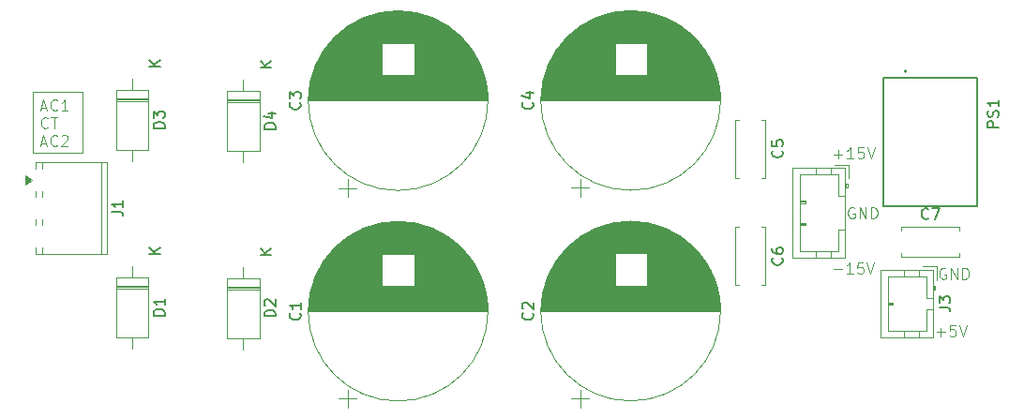
<source format=gbr>
%TF.GenerationSoftware,KiCad,Pcbnew,9.0.7*%
%TF.CreationDate,2026-01-19T21:12:20-05:00*%
%TF.ProjectId,psu,7073752e-6b69-4636-9164-5f7063625858,rev?*%
%TF.SameCoordinates,Original*%
%TF.FileFunction,Legend,Top*%
%TF.FilePolarity,Positive*%
%FSLAX46Y46*%
G04 Gerber Fmt 4.6, Leading zero omitted, Abs format (unit mm)*
G04 Created by KiCad (PCBNEW 9.0.7) date 2026-01-19 21:12:20*
%MOMM*%
%LPD*%
G01*
G04 APERTURE LIST*
%ADD10C,0.100000*%
%ADD11C,0.150000*%
%ADD12C,0.120000*%
%ADD13C,0.127000*%
%ADD14C,0.200000*%
G04 APERTURE END LIST*
D10*
X153187693Y-76920038D02*
X153092455Y-76872419D01*
X153092455Y-76872419D02*
X152949598Y-76872419D01*
X152949598Y-76872419D02*
X152806741Y-76920038D01*
X152806741Y-76920038D02*
X152711503Y-77015276D01*
X152711503Y-77015276D02*
X152663884Y-77110514D01*
X152663884Y-77110514D02*
X152616265Y-77300990D01*
X152616265Y-77300990D02*
X152616265Y-77443847D01*
X152616265Y-77443847D02*
X152663884Y-77634323D01*
X152663884Y-77634323D02*
X152711503Y-77729561D01*
X152711503Y-77729561D02*
X152806741Y-77824800D01*
X152806741Y-77824800D02*
X152949598Y-77872419D01*
X152949598Y-77872419D02*
X153044836Y-77872419D01*
X153044836Y-77872419D02*
X153187693Y-77824800D01*
X153187693Y-77824800D02*
X153235312Y-77777180D01*
X153235312Y-77777180D02*
X153235312Y-77443847D01*
X153235312Y-77443847D02*
X153044836Y-77443847D01*
X153663884Y-77872419D02*
X153663884Y-76872419D01*
X153663884Y-76872419D02*
X154235312Y-77872419D01*
X154235312Y-77872419D02*
X154235312Y-76872419D01*
X154711503Y-77872419D02*
X154711503Y-76872419D01*
X154711503Y-76872419D02*
X154949598Y-76872419D01*
X154949598Y-76872419D02*
X155092455Y-76920038D01*
X155092455Y-76920038D02*
X155187693Y-77015276D01*
X155187693Y-77015276D02*
X155235312Y-77110514D01*
X155235312Y-77110514D02*
X155282931Y-77300990D01*
X155282931Y-77300990D02*
X155282931Y-77443847D01*
X155282931Y-77443847D02*
X155235312Y-77634323D01*
X155235312Y-77634323D02*
X155187693Y-77729561D01*
X155187693Y-77729561D02*
X155092455Y-77824800D01*
X155092455Y-77824800D02*
X154949598Y-77872419D01*
X154949598Y-77872419D02*
X154711503Y-77872419D01*
X151303884Y-82491466D02*
X152065789Y-82491466D01*
X153065788Y-82872419D02*
X152494360Y-82872419D01*
X152780074Y-82872419D02*
X152780074Y-81872419D01*
X152780074Y-81872419D02*
X152684836Y-82015276D01*
X152684836Y-82015276D02*
X152589598Y-82110514D01*
X152589598Y-82110514D02*
X152494360Y-82158133D01*
X153970550Y-81872419D02*
X153494360Y-81872419D01*
X153494360Y-81872419D02*
X153446741Y-82348609D01*
X153446741Y-82348609D02*
X153494360Y-82300990D01*
X153494360Y-82300990D02*
X153589598Y-82253371D01*
X153589598Y-82253371D02*
X153827693Y-82253371D01*
X153827693Y-82253371D02*
X153922931Y-82300990D01*
X153922931Y-82300990D02*
X153970550Y-82348609D01*
X153970550Y-82348609D02*
X154018169Y-82443847D01*
X154018169Y-82443847D02*
X154018169Y-82681942D01*
X154018169Y-82681942D02*
X153970550Y-82777180D01*
X153970550Y-82777180D02*
X153922931Y-82824800D01*
X153922931Y-82824800D02*
X153827693Y-82872419D01*
X153827693Y-82872419D02*
X153589598Y-82872419D01*
X153589598Y-82872419D02*
X153494360Y-82824800D01*
X153494360Y-82824800D02*
X153446741Y-82777180D01*
X154303884Y-81872419D02*
X154637217Y-82872419D01*
X154637217Y-82872419D02*
X154970550Y-81872419D01*
X151353884Y-72091466D02*
X152115789Y-72091466D01*
X151734836Y-72472419D02*
X151734836Y-71710514D01*
X153115788Y-72472419D02*
X152544360Y-72472419D01*
X152830074Y-72472419D02*
X152830074Y-71472419D01*
X152830074Y-71472419D02*
X152734836Y-71615276D01*
X152734836Y-71615276D02*
X152639598Y-71710514D01*
X152639598Y-71710514D02*
X152544360Y-71758133D01*
X154020550Y-71472419D02*
X153544360Y-71472419D01*
X153544360Y-71472419D02*
X153496741Y-71948609D01*
X153496741Y-71948609D02*
X153544360Y-71900990D01*
X153544360Y-71900990D02*
X153639598Y-71853371D01*
X153639598Y-71853371D02*
X153877693Y-71853371D01*
X153877693Y-71853371D02*
X153972931Y-71900990D01*
X153972931Y-71900990D02*
X154020550Y-71948609D01*
X154020550Y-71948609D02*
X154068169Y-72043847D01*
X154068169Y-72043847D02*
X154068169Y-72281942D01*
X154068169Y-72281942D02*
X154020550Y-72377180D01*
X154020550Y-72377180D02*
X153972931Y-72424800D01*
X153972931Y-72424800D02*
X153877693Y-72472419D01*
X153877693Y-72472419D02*
X153639598Y-72472419D01*
X153639598Y-72472419D02*
X153544360Y-72424800D01*
X153544360Y-72424800D02*
X153496741Y-72377180D01*
X154353884Y-71472419D02*
X154687217Y-72472419D01*
X154687217Y-72472419D02*
X155020550Y-71472419D01*
X79000000Y-66500000D02*
X83500000Y-66500000D01*
X83500000Y-72000000D01*
X79000000Y-72000000D01*
X79000000Y-66500000D01*
X161437693Y-82410038D02*
X161342455Y-82362419D01*
X161342455Y-82362419D02*
X161199598Y-82362419D01*
X161199598Y-82362419D02*
X161056741Y-82410038D01*
X161056741Y-82410038D02*
X160961503Y-82505276D01*
X160961503Y-82505276D02*
X160913884Y-82600514D01*
X160913884Y-82600514D02*
X160866265Y-82790990D01*
X160866265Y-82790990D02*
X160866265Y-82933847D01*
X160866265Y-82933847D02*
X160913884Y-83124323D01*
X160913884Y-83124323D02*
X160961503Y-83219561D01*
X160961503Y-83219561D02*
X161056741Y-83314800D01*
X161056741Y-83314800D02*
X161199598Y-83362419D01*
X161199598Y-83362419D02*
X161294836Y-83362419D01*
X161294836Y-83362419D02*
X161437693Y-83314800D01*
X161437693Y-83314800D02*
X161485312Y-83267180D01*
X161485312Y-83267180D02*
X161485312Y-82933847D01*
X161485312Y-82933847D02*
X161294836Y-82933847D01*
X161913884Y-83362419D02*
X161913884Y-82362419D01*
X161913884Y-82362419D02*
X162485312Y-83362419D01*
X162485312Y-83362419D02*
X162485312Y-82362419D01*
X162961503Y-83362419D02*
X162961503Y-82362419D01*
X162961503Y-82362419D02*
X163199598Y-82362419D01*
X163199598Y-82362419D02*
X163342455Y-82410038D01*
X163342455Y-82410038D02*
X163437693Y-82505276D01*
X163437693Y-82505276D02*
X163485312Y-82600514D01*
X163485312Y-82600514D02*
X163532931Y-82790990D01*
X163532931Y-82790990D02*
X163532931Y-82933847D01*
X163532931Y-82933847D02*
X163485312Y-83124323D01*
X163485312Y-83124323D02*
X163437693Y-83219561D01*
X163437693Y-83219561D02*
X163342455Y-83314800D01*
X163342455Y-83314800D02*
X163199598Y-83362419D01*
X163199598Y-83362419D02*
X162961503Y-83362419D01*
X160613884Y-88151466D02*
X161375789Y-88151466D01*
X160994836Y-88532419D02*
X160994836Y-87770514D01*
X162328169Y-87532419D02*
X161851979Y-87532419D01*
X161851979Y-87532419D02*
X161804360Y-88008609D01*
X161804360Y-88008609D02*
X161851979Y-87960990D01*
X161851979Y-87960990D02*
X161947217Y-87913371D01*
X161947217Y-87913371D02*
X162185312Y-87913371D01*
X162185312Y-87913371D02*
X162280550Y-87960990D01*
X162280550Y-87960990D02*
X162328169Y-88008609D01*
X162328169Y-88008609D02*
X162375788Y-88103847D01*
X162375788Y-88103847D02*
X162375788Y-88341942D01*
X162375788Y-88341942D02*
X162328169Y-88437180D01*
X162328169Y-88437180D02*
X162280550Y-88484800D01*
X162280550Y-88484800D02*
X162185312Y-88532419D01*
X162185312Y-88532419D02*
X161947217Y-88532419D01*
X161947217Y-88532419D02*
X161851979Y-88484800D01*
X161851979Y-88484800D02*
X161804360Y-88437180D01*
X162661503Y-87532419D02*
X162994836Y-88532419D01*
X162994836Y-88532419D02*
X163328169Y-87532419D01*
X79756265Y-67866816D02*
X80232455Y-67866816D01*
X79661027Y-68152531D02*
X79994360Y-67152531D01*
X79994360Y-67152531D02*
X80327693Y-68152531D01*
X81232455Y-68057292D02*
X81184836Y-68104912D01*
X81184836Y-68104912D02*
X81041979Y-68152531D01*
X81041979Y-68152531D02*
X80946741Y-68152531D01*
X80946741Y-68152531D02*
X80803884Y-68104912D01*
X80803884Y-68104912D02*
X80708646Y-68009673D01*
X80708646Y-68009673D02*
X80661027Y-67914435D01*
X80661027Y-67914435D02*
X80613408Y-67723959D01*
X80613408Y-67723959D02*
X80613408Y-67581102D01*
X80613408Y-67581102D02*
X80661027Y-67390626D01*
X80661027Y-67390626D02*
X80708646Y-67295388D01*
X80708646Y-67295388D02*
X80803884Y-67200150D01*
X80803884Y-67200150D02*
X80946741Y-67152531D01*
X80946741Y-67152531D02*
X81041979Y-67152531D01*
X81041979Y-67152531D02*
X81184836Y-67200150D01*
X81184836Y-67200150D02*
X81232455Y-67247769D01*
X82184836Y-68152531D02*
X81613408Y-68152531D01*
X81899122Y-68152531D02*
X81899122Y-67152531D01*
X81899122Y-67152531D02*
X81803884Y-67295388D01*
X81803884Y-67295388D02*
X81708646Y-67390626D01*
X81708646Y-67390626D02*
X81613408Y-67438245D01*
X80375312Y-69667236D02*
X80327693Y-69714856D01*
X80327693Y-69714856D02*
X80184836Y-69762475D01*
X80184836Y-69762475D02*
X80089598Y-69762475D01*
X80089598Y-69762475D02*
X79946741Y-69714856D01*
X79946741Y-69714856D02*
X79851503Y-69619617D01*
X79851503Y-69619617D02*
X79803884Y-69524379D01*
X79803884Y-69524379D02*
X79756265Y-69333903D01*
X79756265Y-69333903D02*
X79756265Y-69191046D01*
X79756265Y-69191046D02*
X79803884Y-69000570D01*
X79803884Y-69000570D02*
X79851503Y-68905332D01*
X79851503Y-68905332D02*
X79946741Y-68810094D01*
X79946741Y-68810094D02*
X80089598Y-68762475D01*
X80089598Y-68762475D02*
X80184836Y-68762475D01*
X80184836Y-68762475D02*
X80327693Y-68810094D01*
X80327693Y-68810094D02*
X80375312Y-68857713D01*
X80661027Y-68762475D02*
X81232455Y-68762475D01*
X80946741Y-69762475D02*
X80946741Y-68762475D01*
X79756265Y-71086704D02*
X80232455Y-71086704D01*
X79661027Y-71372419D02*
X79994360Y-70372419D01*
X79994360Y-70372419D02*
X80327693Y-71372419D01*
X81232455Y-71277180D02*
X81184836Y-71324800D01*
X81184836Y-71324800D02*
X81041979Y-71372419D01*
X81041979Y-71372419D02*
X80946741Y-71372419D01*
X80946741Y-71372419D02*
X80803884Y-71324800D01*
X80803884Y-71324800D02*
X80708646Y-71229561D01*
X80708646Y-71229561D02*
X80661027Y-71134323D01*
X80661027Y-71134323D02*
X80613408Y-70943847D01*
X80613408Y-70943847D02*
X80613408Y-70800990D01*
X80613408Y-70800990D02*
X80661027Y-70610514D01*
X80661027Y-70610514D02*
X80708646Y-70515276D01*
X80708646Y-70515276D02*
X80803884Y-70420038D01*
X80803884Y-70420038D02*
X80946741Y-70372419D01*
X80946741Y-70372419D02*
X81041979Y-70372419D01*
X81041979Y-70372419D02*
X81184836Y-70420038D01*
X81184836Y-70420038D02*
X81232455Y-70467657D01*
X81613408Y-70467657D02*
X81661027Y-70420038D01*
X81661027Y-70420038D02*
X81756265Y-70372419D01*
X81756265Y-70372419D02*
X81994360Y-70372419D01*
X81994360Y-70372419D02*
X82089598Y-70420038D01*
X82089598Y-70420038D02*
X82137217Y-70467657D01*
X82137217Y-70467657D02*
X82184836Y-70562895D01*
X82184836Y-70562895D02*
X82184836Y-70658133D01*
X82184836Y-70658133D02*
X82137217Y-70800990D01*
X82137217Y-70800990D02*
X81565789Y-71372419D01*
X81565789Y-71372419D02*
X82184836Y-71372419D01*
D11*
X160854819Y-85933333D02*
X161569104Y-85933333D01*
X161569104Y-85933333D02*
X161711961Y-85980952D01*
X161711961Y-85980952D02*
X161807200Y-86076190D01*
X161807200Y-86076190D02*
X161854819Y-86219047D01*
X161854819Y-86219047D02*
X161854819Y-86314285D01*
X160854819Y-85552380D02*
X160854819Y-84933333D01*
X160854819Y-84933333D02*
X161235771Y-85266666D01*
X161235771Y-85266666D02*
X161235771Y-85123809D01*
X161235771Y-85123809D02*
X161283390Y-85028571D01*
X161283390Y-85028571D02*
X161331009Y-84980952D01*
X161331009Y-84980952D02*
X161426247Y-84933333D01*
X161426247Y-84933333D02*
X161664342Y-84933333D01*
X161664342Y-84933333D02*
X161759580Y-84980952D01*
X161759580Y-84980952D02*
X161807200Y-85028571D01*
X161807200Y-85028571D02*
X161854819Y-85123809D01*
X161854819Y-85123809D02*
X161854819Y-85409523D01*
X161854819Y-85409523D02*
X161807200Y-85504761D01*
X161807200Y-85504761D02*
X161759580Y-85552380D01*
X159883333Y-77859580D02*
X159835714Y-77907200D01*
X159835714Y-77907200D02*
X159692857Y-77954819D01*
X159692857Y-77954819D02*
X159597619Y-77954819D01*
X159597619Y-77954819D02*
X159454762Y-77907200D01*
X159454762Y-77907200D02*
X159359524Y-77811961D01*
X159359524Y-77811961D02*
X159311905Y-77716723D01*
X159311905Y-77716723D02*
X159264286Y-77526247D01*
X159264286Y-77526247D02*
X159264286Y-77383390D01*
X159264286Y-77383390D02*
X159311905Y-77192914D01*
X159311905Y-77192914D02*
X159359524Y-77097676D01*
X159359524Y-77097676D02*
X159454762Y-77002438D01*
X159454762Y-77002438D02*
X159597619Y-76954819D01*
X159597619Y-76954819D02*
X159692857Y-76954819D01*
X159692857Y-76954819D02*
X159835714Y-77002438D01*
X159835714Y-77002438D02*
X159883333Y-77050057D01*
X160216667Y-76954819D02*
X160883333Y-76954819D01*
X160883333Y-76954819D02*
X160454762Y-77954819D01*
X90924819Y-69738094D02*
X89924819Y-69738094D01*
X89924819Y-69738094D02*
X89924819Y-69499999D01*
X89924819Y-69499999D02*
X89972438Y-69357142D01*
X89972438Y-69357142D02*
X90067676Y-69261904D01*
X90067676Y-69261904D02*
X90162914Y-69214285D01*
X90162914Y-69214285D02*
X90353390Y-69166666D01*
X90353390Y-69166666D02*
X90496247Y-69166666D01*
X90496247Y-69166666D02*
X90686723Y-69214285D01*
X90686723Y-69214285D02*
X90781961Y-69261904D01*
X90781961Y-69261904D02*
X90877200Y-69357142D01*
X90877200Y-69357142D02*
X90924819Y-69499999D01*
X90924819Y-69499999D02*
X90924819Y-69738094D01*
X89924819Y-68833332D02*
X89924819Y-68214285D01*
X89924819Y-68214285D02*
X90305771Y-68547618D01*
X90305771Y-68547618D02*
X90305771Y-68404761D01*
X90305771Y-68404761D02*
X90353390Y-68309523D01*
X90353390Y-68309523D02*
X90401009Y-68261904D01*
X90401009Y-68261904D02*
X90496247Y-68214285D01*
X90496247Y-68214285D02*
X90734342Y-68214285D01*
X90734342Y-68214285D02*
X90829580Y-68261904D01*
X90829580Y-68261904D02*
X90877200Y-68309523D01*
X90877200Y-68309523D02*
X90924819Y-68404761D01*
X90924819Y-68404761D02*
X90924819Y-68690475D01*
X90924819Y-68690475D02*
X90877200Y-68785713D01*
X90877200Y-68785713D02*
X90829580Y-68833332D01*
X90554819Y-64181904D02*
X89554819Y-64181904D01*
X90554819Y-63610476D02*
X89983390Y-64039047D01*
X89554819Y-63610476D02*
X90126247Y-64181904D01*
X166219819Y-69674285D02*
X165219819Y-69674285D01*
X165219819Y-69674285D02*
X165219819Y-69293333D01*
X165219819Y-69293333D02*
X165267438Y-69198095D01*
X165267438Y-69198095D02*
X165315057Y-69150476D01*
X165315057Y-69150476D02*
X165410295Y-69102857D01*
X165410295Y-69102857D02*
X165553152Y-69102857D01*
X165553152Y-69102857D02*
X165648390Y-69150476D01*
X165648390Y-69150476D02*
X165696009Y-69198095D01*
X165696009Y-69198095D02*
X165743628Y-69293333D01*
X165743628Y-69293333D02*
X165743628Y-69674285D01*
X166172200Y-68721904D02*
X166219819Y-68579047D01*
X166219819Y-68579047D02*
X166219819Y-68340952D01*
X166219819Y-68340952D02*
X166172200Y-68245714D01*
X166172200Y-68245714D02*
X166124580Y-68198095D01*
X166124580Y-68198095D02*
X166029342Y-68150476D01*
X166029342Y-68150476D02*
X165934104Y-68150476D01*
X165934104Y-68150476D02*
X165838866Y-68198095D01*
X165838866Y-68198095D02*
X165791247Y-68245714D01*
X165791247Y-68245714D02*
X165743628Y-68340952D01*
X165743628Y-68340952D02*
X165696009Y-68531428D01*
X165696009Y-68531428D02*
X165648390Y-68626666D01*
X165648390Y-68626666D02*
X165600771Y-68674285D01*
X165600771Y-68674285D02*
X165505533Y-68721904D01*
X165505533Y-68721904D02*
X165410295Y-68721904D01*
X165410295Y-68721904D02*
X165315057Y-68674285D01*
X165315057Y-68674285D02*
X165267438Y-68626666D01*
X165267438Y-68626666D02*
X165219819Y-68531428D01*
X165219819Y-68531428D02*
X165219819Y-68293333D01*
X165219819Y-68293333D02*
X165267438Y-68150476D01*
X166219819Y-67198095D02*
X166219819Y-67769523D01*
X166219819Y-67483809D02*
X165219819Y-67483809D01*
X165219819Y-67483809D02*
X165362676Y-67579047D01*
X165362676Y-67579047D02*
X165457914Y-67674285D01*
X165457914Y-67674285D02*
X165505533Y-67769523D01*
X103109580Y-67416666D02*
X103157200Y-67464285D01*
X103157200Y-67464285D02*
X103204819Y-67607142D01*
X103204819Y-67607142D02*
X103204819Y-67702380D01*
X103204819Y-67702380D02*
X103157200Y-67845237D01*
X103157200Y-67845237D02*
X103061961Y-67940475D01*
X103061961Y-67940475D02*
X102966723Y-67988094D01*
X102966723Y-67988094D02*
X102776247Y-68035713D01*
X102776247Y-68035713D02*
X102633390Y-68035713D01*
X102633390Y-68035713D02*
X102442914Y-67988094D01*
X102442914Y-67988094D02*
X102347676Y-67940475D01*
X102347676Y-67940475D02*
X102252438Y-67845237D01*
X102252438Y-67845237D02*
X102204819Y-67702380D01*
X102204819Y-67702380D02*
X102204819Y-67607142D01*
X102204819Y-67607142D02*
X102252438Y-67464285D01*
X102252438Y-67464285D02*
X102300057Y-67416666D01*
X102204819Y-67083332D02*
X102204819Y-66464285D01*
X102204819Y-66464285D02*
X102585771Y-66797618D01*
X102585771Y-66797618D02*
X102585771Y-66654761D01*
X102585771Y-66654761D02*
X102633390Y-66559523D01*
X102633390Y-66559523D02*
X102681009Y-66511904D01*
X102681009Y-66511904D02*
X102776247Y-66464285D01*
X102776247Y-66464285D02*
X103014342Y-66464285D01*
X103014342Y-66464285D02*
X103109580Y-66511904D01*
X103109580Y-66511904D02*
X103157200Y-66559523D01*
X103157200Y-66559523D02*
X103204819Y-66654761D01*
X103204819Y-66654761D02*
X103204819Y-66940475D01*
X103204819Y-66940475D02*
X103157200Y-67035713D01*
X103157200Y-67035713D02*
X103109580Y-67083332D01*
X124109580Y-67403911D02*
X124157200Y-67451530D01*
X124157200Y-67451530D02*
X124204819Y-67594387D01*
X124204819Y-67594387D02*
X124204819Y-67689625D01*
X124204819Y-67689625D02*
X124157200Y-67832482D01*
X124157200Y-67832482D02*
X124061961Y-67927720D01*
X124061961Y-67927720D02*
X123966723Y-67975339D01*
X123966723Y-67975339D02*
X123776247Y-68022958D01*
X123776247Y-68022958D02*
X123633390Y-68022958D01*
X123633390Y-68022958D02*
X123442914Y-67975339D01*
X123442914Y-67975339D02*
X123347676Y-67927720D01*
X123347676Y-67927720D02*
X123252438Y-67832482D01*
X123252438Y-67832482D02*
X123204819Y-67689625D01*
X123204819Y-67689625D02*
X123204819Y-67594387D01*
X123204819Y-67594387D02*
X123252438Y-67451530D01*
X123252438Y-67451530D02*
X123300057Y-67403911D01*
X123538152Y-66546768D02*
X124204819Y-66546768D01*
X123157200Y-66784863D02*
X123871485Y-67022958D01*
X123871485Y-67022958D02*
X123871485Y-66403911D01*
X100924819Y-69818094D02*
X99924819Y-69818094D01*
X99924819Y-69818094D02*
X99924819Y-69579999D01*
X99924819Y-69579999D02*
X99972438Y-69437142D01*
X99972438Y-69437142D02*
X100067676Y-69341904D01*
X100067676Y-69341904D02*
X100162914Y-69294285D01*
X100162914Y-69294285D02*
X100353390Y-69246666D01*
X100353390Y-69246666D02*
X100496247Y-69246666D01*
X100496247Y-69246666D02*
X100686723Y-69294285D01*
X100686723Y-69294285D02*
X100781961Y-69341904D01*
X100781961Y-69341904D02*
X100877200Y-69437142D01*
X100877200Y-69437142D02*
X100924819Y-69579999D01*
X100924819Y-69579999D02*
X100924819Y-69818094D01*
X100258152Y-68389523D02*
X100924819Y-68389523D01*
X99877200Y-68627618D02*
X100591485Y-68865713D01*
X100591485Y-68865713D02*
X100591485Y-68246666D01*
X100554819Y-64261904D02*
X99554819Y-64261904D01*
X100554819Y-63690476D02*
X99983390Y-64119047D01*
X99554819Y-63690476D02*
X100126247Y-64261904D01*
X103109580Y-86442176D02*
X103157200Y-86489795D01*
X103157200Y-86489795D02*
X103204819Y-86632652D01*
X103204819Y-86632652D02*
X103204819Y-86727890D01*
X103204819Y-86727890D02*
X103157200Y-86870747D01*
X103157200Y-86870747D02*
X103061961Y-86965985D01*
X103061961Y-86965985D02*
X102966723Y-87013604D01*
X102966723Y-87013604D02*
X102776247Y-87061223D01*
X102776247Y-87061223D02*
X102633390Y-87061223D01*
X102633390Y-87061223D02*
X102442914Y-87013604D01*
X102442914Y-87013604D02*
X102347676Y-86965985D01*
X102347676Y-86965985D02*
X102252438Y-86870747D01*
X102252438Y-86870747D02*
X102204819Y-86727890D01*
X102204819Y-86727890D02*
X102204819Y-86632652D01*
X102204819Y-86632652D02*
X102252438Y-86489795D01*
X102252438Y-86489795D02*
X102300057Y-86442176D01*
X103204819Y-85489795D02*
X103204819Y-86061223D01*
X103204819Y-85775509D02*
X102204819Y-85775509D01*
X102204819Y-85775509D02*
X102347676Y-85870747D01*
X102347676Y-85870747D02*
X102442914Y-85965985D01*
X102442914Y-85965985D02*
X102490533Y-86061223D01*
X146659580Y-71766666D02*
X146707200Y-71814285D01*
X146707200Y-71814285D02*
X146754819Y-71957142D01*
X146754819Y-71957142D02*
X146754819Y-72052380D01*
X146754819Y-72052380D02*
X146707200Y-72195237D01*
X146707200Y-72195237D02*
X146611961Y-72290475D01*
X146611961Y-72290475D02*
X146516723Y-72338094D01*
X146516723Y-72338094D02*
X146326247Y-72385713D01*
X146326247Y-72385713D02*
X146183390Y-72385713D01*
X146183390Y-72385713D02*
X145992914Y-72338094D01*
X145992914Y-72338094D02*
X145897676Y-72290475D01*
X145897676Y-72290475D02*
X145802438Y-72195237D01*
X145802438Y-72195237D02*
X145754819Y-72052380D01*
X145754819Y-72052380D02*
X145754819Y-71957142D01*
X145754819Y-71957142D02*
X145802438Y-71814285D01*
X145802438Y-71814285D02*
X145850057Y-71766666D01*
X145754819Y-70861904D02*
X145754819Y-71338094D01*
X145754819Y-71338094D02*
X146231009Y-71385713D01*
X146231009Y-71385713D02*
X146183390Y-71338094D01*
X146183390Y-71338094D02*
X146135771Y-71242856D01*
X146135771Y-71242856D02*
X146135771Y-71004761D01*
X146135771Y-71004761D02*
X146183390Y-70909523D01*
X146183390Y-70909523D02*
X146231009Y-70861904D01*
X146231009Y-70861904D02*
X146326247Y-70814285D01*
X146326247Y-70814285D02*
X146564342Y-70814285D01*
X146564342Y-70814285D02*
X146659580Y-70861904D01*
X146659580Y-70861904D02*
X146707200Y-70909523D01*
X146707200Y-70909523D02*
X146754819Y-71004761D01*
X146754819Y-71004761D02*
X146754819Y-71242856D01*
X146754819Y-71242856D02*
X146707200Y-71338094D01*
X146707200Y-71338094D02*
X146659580Y-71385713D01*
X86174819Y-77293333D02*
X86889104Y-77293333D01*
X86889104Y-77293333D02*
X87031961Y-77340952D01*
X87031961Y-77340952D02*
X87127200Y-77436190D01*
X87127200Y-77436190D02*
X87174819Y-77579047D01*
X87174819Y-77579047D02*
X87174819Y-77674285D01*
X87174819Y-76293333D02*
X87174819Y-76864761D01*
X87174819Y-76579047D02*
X86174819Y-76579047D01*
X86174819Y-76579047D02*
X86317676Y-76674285D01*
X86317676Y-76674285D02*
X86412914Y-76769523D01*
X86412914Y-76769523D02*
X86460533Y-76864761D01*
X146659580Y-81466666D02*
X146707200Y-81514285D01*
X146707200Y-81514285D02*
X146754819Y-81657142D01*
X146754819Y-81657142D02*
X146754819Y-81752380D01*
X146754819Y-81752380D02*
X146707200Y-81895237D01*
X146707200Y-81895237D02*
X146611961Y-81990475D01*
X146611961Y-81990475D02*
X146516723Y-82038094D01*
X146516723Y-82038094D02*
X146326247Y-82085713D01*
X146326247Y-82085713D02*
X146183390Y-82085713D01*
X146183390Y-82085713D02*
X145992914Y-82038094D01*
X145992914Y-82038094D02*
X145897676Y-81990475D01*
X145897676Y-81990475D02*
X145802438Y-81895237D01*
X145802438Y-81895237D02*
X145754819Y-81752380D01*
X145754819Y-81752380D02*
X145754819Y-81657142D01*
X145754819Y-81657142D02*
X145802438Y-81514285D01*
X145802438Y-81514285D02*
X145850057Y-81466666D01*
X145754819Y-80609523D02*
X145754819Y-80799999D01*
X145754819Y-80799999D02*
X145802438Y-80895237D01*
X145802438Y-80895237D02*
X145850057Y-80942856D01*
X145850057Y-80942856D02*
X145992914Y-81038094D01*
X145992914Y-81038094D02*
X146183390Y-81085713D01*
X146183390Y-81085713D02*
X146564342Y-81085713D01*
X146564342Y-81085713D02*
X146659580Y-81038094D01*
X146659580Y-81038094D02*
X146707200Y-80990475D01*
X146707200Y-80990475D02*
X146754819Y-80895237D01*
X146754819Y-80895237D02*
X146754819Y-80704761D01*
X146754819Y-80704761D02*
X146707200Y-80609523D01*
X146707200Y-80609523D02*
X146659580Y-80561904D01*
X146659580Y-80561904D02*
X146564342Y-80514285D01*
X146564342Y-80514285D02*
X146326247Y-80514285D01*
X146326247Y-80514285D02*
X146231009Y-80561904D01*
X146231009Y-80561904D02*
X146183390Y-80609523D01*
X146183390Y-80609523D02*
X146135771Y-80704761D01*
X146135771Y-80704761D02*
X146135771Y-80895237D01*
X146135771Y-80895237D02*
X146183390Y-80990475D01*
X146183390Y-80990475D02*
X146231009Y-81038094D01*
X146231009Y-81038094D02*
X146326247Y-81085713D01*
X124109580Y-86429421D02*
X124157200Y-86477040D01*
X124157200Y-86477040D02*
X124204819Y-86619897D01*
X124204819Y-86619897D02*
X124204819Y-86715135D01*
X124204819Y-86715135D02*
X124157200Y-86857992D01*
X124157200Y-86857992D02*
X124061961Y-86953230D01*
X124061961Y-86953230D02*
X123966723Y-87000849D01*
X123966723Y-87000849D02*
X123776247Y-87048468D01*
X123776247Y-87048468D02*
X123633390Y-87048468D01*
X123633390Y-87048468D02*
X123442914Y-87000849D01*
X123442914Y-87000849D02*
X123347676Y-86953230D01*
X123347676Y-86953230D02*
X123252438Y-86857992D01*
X123252438Y-86857992D02*
X123204819Y-86715135D01*
X123204819Y-86715135D02*
X123204819Y-86619897D01*
X123204819Y-86619897D02*
X123252438Y-86477040D01*
X123252438Y-86477040D02*
X123300057Y-86429421D01*
X123300057Y-86048468D02*
X123252438Y-86000849D01*
X123252438Y-86000849D02*
X123204819Y-85905611D01*
X123204819Y-85905611D02*
X123204819Y-85667516D01*
X123204819Y-85667516D02*
X123252438Y-85572278D01*
X123252438Y-85572278D02*
X123300057Y-85524659D01*
X123300057Y-85524659D02*
X123395295Y-85477040D01*
X123395295Y-85477040D02*
X123490533Y-85477040D01*
X123490533Y-85477040D02*
X123633390Y-85524659D01*
X123633390Y-85524659D02*
X124204819Y-86096087D01*
X124204819Y-86096087D02*
X124204819Y-85477040D01*
X100924819Y-86738094D02*
X99924819Y-86738094D01*
X99924819Y-86738094D02*
X99924819Y-86499999D01*
X99924819Y-86499999D02*
X99972438Y-86357142D01*
X99972438Y-86357142D02*
X100067676Y-86261904D01*
X100067676Y-86261904D02*
X100162914Y-86214285D01*
X100162914Y-86214285D02*
X100353390Y-86166666D01*
X100353390Y-86166666D02*
X100496247Y-86166666D01*
X100496247Y-86166666D02*
X100686723Y-86214285D01*
X100686723Y-86214285D02*
X100781961Y-86261904D01*
X100781961Y-86261904D02*
X100877200Y-86357142D01*
X100877200Y-86357142D02*
X100924819Y-86499999D01*
X100924819Y-86499999D02*
X100924819Y-86738094D01*
X100020057Y-85785713D02*
X99972438Y-85738094D01*
X99972438Y-85738094D02*
X99924819Y-85642856D01*
X99924819Y-85642856D02*
X99924819Y-85404761D01*
X99924819Y-85404761D02*
X99972438Y-85309523D01*
X99972438Y-85309523D02*
X100020057Y-85261904D01*
X100020057Y-85261904D02*
X100115295Y-85214285D01*
X100115295Y-85214285D02*
X100210533Y-85214285D01*
X100210533Y-85214285D02*
X100353390Y-85261904D01*
X100353390Y-85261904D02*
X100924819Y-85833332D01*
X100924819Y-85833332D02*
X100924819Y-85214285D01*
X100554819Y-81181904D02*
X99554819Y-81181904D01*
X100554819Y-80610476D02*
X99983390Y-81039047D01*
X99554819Y-80610476D02*
X100126247Y-81181904D01*
X90924819Y-86658094D02*
X89924819Y-86658094D01*
X89924819Y-86658094D02*
X89924819Y-86419999D01*
X89924819Y-86419999D02*
X89972438Y-86277142D01*
X89972438Y-86277142D02*
X90067676Y-86181904D01*
X90067676Y-86181904D02*
X90162914Y-86134285D01*
X90162914Y-86134285D02*
X90353390Y-86086666D01*
X90353390Y-86086666D02*
X90496247Y-86086666D01*
X90496247Y-86086666D02*
X90686723Y-86134285D01*
X90686723Y-86134285D02*
X90781961Y-86181904D01*
X90781961Y-86181904D02*
X90877200Y-86277142D01*
X90877200Y-86277142D02*
X90924819Y-86419999D01*
X90924819Y-86419999D02*
X90924819Y-86658094D01*
X90924819Y-85134285D02*
X90924819Y-85705713D01*
X90924819Y-85419999D02*
X89924819Y-85419999D01*
X89924819Y-85419999D02*
X90067676Y-85515237D01*
X90067676Y-85515237D02*
X90162914Y-85610475D01*
X90162914Y-85610475D02*
X90210533Y-85705713D01*
X90554819Y-81101904D02*
X89554819Y-81101904D01*
X90554819Y-80530476D02*
X89983390Y-80959047D01*
X89554819Y-80530476D02*
X90126247Y-81101904D01*
D12*
%TO.C,J3*%
X160610000Y-82240000D02*
X159360000Y-82240000D01*
X159000000Y-82540000D02*
X159000000Y-83150000D01*
X157700000Y-82540000D02*
X157700000Y-83150000D01*
X159700000Y-83150000D02*
X156200000Y-83150000D01*
X156200000Y-83150000D02*
X156200000Y-88050000D01*
X160610000Y-83490000D02*
X160610000Y-82240000D01*
X160510000Y-84000000D02*
X160310000Y-84000000D01*
X160510000Y-84300000D02*
X160510000Y-84000000D01*
X160410000Y-84300000D02*
X160410000Y-84000000D01*
X160310000Y-84300000D02*
X160510000Y-84300000D01*
X160310000Y-85100000D02*
X159700000Y-85100000D01*
X159700000Y-85100000D02*
X159700000Y-83150000D01*
X156700000Y-85500000D02*
X156700000Y-85700000D01*
X156200000Y-85500000D02*
X156700000Y-85500000D01*
X156200000Y-85600000D02*
X156700000Y-85600000D01*
X156700000Y-85700000D02*
X156200000Y-85700000D01*
X159700000Y-86100000D02*
X160310000Y-86100000D01*
X159700000Y-88050000D02*
X159700000Y-86100000D01*
X156200000Y-88050000D02*
X159700000Y-88050000D01*
X159000000Y-88660000D02*
X159000000Y-88050000D01*
X157700000Y-88660000D02*
X157700000Y-88050000D01*
X160310000Y-82540000D02*
X155590000Y-82540000D01*
X155590000Y-88660000D01*
X160310000Y-88660000D01*
X160310000Y-82540000D01*
%TO.C,J2*%
X152660000Y-73040000D02*
X151410000Y-73040000D01*
X151050000Y-73340000D02*
X151050000Y-73950000D01*
X149750000Y-73340000D02*
X149750000Y-73950000D01*
X151750000Y-73950000D02*
X148250000Y-73950000D01*
X148250000Y-73950000D02*
X148250000Y-80850000D01*
X152660000Y-74290000D02*
X152660000Y-73040000D01*
X152560000Y-74800000D02*
X152360000Y-74800000D01*
X152560000Y-75100000D02*
X152560000Y-74800000D01*
X152460000Y-75100000D02*
X152460000Y-74800000D01*
X152360000Y-75100000D02*
X152560000Y-75100000D01*
X152360000Y-75900000D02*
X151750000Y-75900000D01*
X151750000Y-75900000D02*
X151750000Y-73950000D01*
X148750000Y-76300000D02*
X148750000Y-76500000D01*
X148250000Y-76300000D02*
X148750000Y-76300000D01*
X148250000Y-76400000D02*
X148750000Y-76400000D01*
X148750000Y-76500000D02*
X148250000Y-76500000D01*
X148750000Y-78300000D02*
X148750000Y-78500000D01*
X148250000Y-78300000D02*
X148750000Y-78300000D01*
X148250000Y-78400000D02*
X148750000Y-78400000D01*
X148750000Y-78500000D02*
X148250000Y-78500000D01*
X151750000Y-78900000D02*
X152360000Y-78900000D01*
X151750000Y-80850000D02*
X151750000Y-78900000D01*
X148250000Y-80850000D02*
X151750000Y-80850000D01*
X151050000Y-81460000D02*
X151050000Y-80850000D01*
X149750000Y-81460000D02*
X149750000Y-80850000D01*
X152360000Y-73340000D02*
X147640000Y-73340000D01*
X147640000Y-81460000D01*
X152360000Y-81460000D01*
X152360000Y-73340000D01*
%TO.C,C7*%
X157430000Y-78630000D02*
X162670000Y-78630000D01*
X157430000Y-78967000D02*
X157430000Y-78630000D01*
X157430000Y-81370000D02*
X157430000Y-81033000D01*
X162670000Y-78630000D02*
X162670000Y-78967000D01*
X162670000Y-81033000D02*
X162670000Y-81370000D01*
X162670000Y-81370000D02*
X157430000Y-81370000D01*
%TO.C,D3*%
X88000000Y-65260000D02*
X88000000Y-66280000D01*
X88000000Y-72740000D02*
X88000000Y-71720000D01*
X89470000Y-67060000D02*
X86530000Y-67060000D01*
X89470000Y-67180000D02*
X86530000Y-67180000D01*
X89470000Y-67300000D02*
X86530000Y-67300000D01*
X89470000Y-66280000D02*
X86530000Y-66280000D01*
X86530000Y-71720000D01*
X89470000Y-71720000D01*
X89470000Y-66280000D01*
D13*
%TO.C,PS1*%
X155800000Y-65150000D02*
X155800000Y-76750000D01*
X155800000Y-76750000D02*
X164300000Y-76750000D01*
X164300000Y-65150000D02*
X155800000Y-65150000D01*
X164300000Y-76750000D02*
X164300000Y-65150000D01*
D14*
X157900000Y-64600000D02*
G75*
G02*
X157700000Y-64600000I-100000J0D01*
G01*
X157700000Y-64600000D02*
G75*
G02*
X157900000Y-64600000I100000J0D01*
G01*
D12*
%TO.C,C3*%
X103920000Y-67170000D02*
X120080000Y-67170000D01*
X103920000Y-67210000D02*
X120080000Y-67210000D01*
X103920000Y-67250000D02*
X120080000Y-67250000D01*
X103921000Y-67130000D02*
X120079000Y-67130000D01*
X103922000Y-67050000D02*
X120078000Y-67050000D01*
X103922000Y-67090000D02*
X120078000Y-67090000D01*
X103924000Y-67010000D02*
X120076000Y-67010000D01*
X103925000Y-66970000D02*
X120075000Y-66970000D01*
X103926000Y-66930000D02*
X120074000Y-66930000D01*
X103928000Y-66890000D02*
X120072000Y-66890000D01*
X103930000Y-66850000D02*
X120070000Y-66850000D01*
X103932000Y-66810000D02*
X120068000Y-66810000D01*
X103934000Y-66770000D02*
X120066000Y-66770000D01*
X103937000Y-66730000D02*
X120063000Y-66730000D01*
X103939000Y-66690000D02*
X120061000Y-66690000D01*
X103942000Y-66650000D02*
X120058000Y-66650000D01*
X103945000Y-66610000D02*
X120055000Y-66610000D01*
X103949000Y-66570000D02*
X120051000Y-66570000D01*
X103952000Y-66530000D02*
X120048000Y-66530000D01*
X103956000Y-66490000D02*
X120044000Y-66490000D01*
X103960000Y-66450000D02*
X120040000Y-66450000D01*
X103964000Y-66410000D02*
X120036000Y-66410000D01*
X103968000Y-66370000D02*
X120032000Y-66370000D01*
X103972000Y-66330000D02*
X120028000Y-66330000D01*
X103977000Y-66290000D02*
X120023000Y-66290000D01*
X103982000Y-66250000D02*
X120018000Y-66250000D01*
X103987000Y-66210000D02*
X120013000Y-66210000D01*
X103992000Y-66170000D02*
X120008000Y-66170000D01*
X103998000Y-66130000D02*
X120002000Y-66130000D01*
X104003000Y-66090000D02*
X119997000Y-66090000D01*
X104009000Y-66050000D02*
X119991000Y-66050000D01*
X104015000Y-66010000D02*
X119985000Y-66010000D01*
X104022000Y-65970000D02*
X119978000Y-65970000D01*
X104028000Y-65930000D02*
X119972000Y-65930000D01*
X104035000Y-65890000D02*
X119965000Y-65890000D01*
X104042000Y-65850000D02*
X119958000Y-65850000D01*
X104049000Y-65810000D02*
X119951000Y-65810000D01*
X104056000Y-65770000D02*
X119944000Y-65770000D01*
X104064000Y-65730000D02*
X119936000Y-65730000D01*
X104071000Y-65690000D02*
X119929000Y-65690000D01*
X104079000Y-65650000D02*
X119921000Y-65650000D01*
X104087000Y-65610000D02*
X119913000Y-65610000D01*
X104096000Y-65570000D02*
X119904000Y-65570000D01*
X104104000Y-65530000D02*
X119896000Y-65530000D01*
X104113000Y-65490000D02*
X119887000Y-65490000D01*
X104122000Y-65450000D02*
X119878000Y-65450000D01*
X104131000Y-65410000D02*
X119869000Y-65410000D01*
X104141000Y-65370000D02*
X119859000Y-65370000D01*
X104150000Y-65330000D02*
X119850000Y-65330000D01*
X104160000Y-65290000D02*
X119840000Y-65290000D01*
X104170000Y-65250000D02*
X119830000Y-65250000D01*
X104180000Y-65210000D02*
X119820000Y-65210000D01*
X104191000Y-65170000D02*
X119809000Y-65170000D01*
X104202000Y-65130000D02*
X119798000Y-65130000D01*
X104213000Y-65090000D02*
X119787000Y-65090000D01*
X104224000Y-65050000D02*
X119776000Y-65050000D01*
X104235000Y-65010000D02*
X119765000Y-65010000D01*
X104247000Y-64970000D02*
X119753000Y-64970000D01*
X104258000Y-64930000D02*
X110560000Y-64930000D01*
X104271000Y-64890000D02*
X110560000Y-64890000D01*
X104283000Y-64850000D02*
X110560000Y-64850000D01*
X104295000Y-64810000D02*
X110560000Y-64810000D01*
X104308000Y-64770000D02*
X110560000Y-64770000D01*
X104321000Y-64730000D02*
X110560000Y-64730000D01*
X104334000Y-64690000D02*
X110560000Y-64690000D01*
X104348000Y-64650000D02*
X110560000Y-64650000D01*
X104361000Y-64610000D02*
X110560000Y-64610000D01*
X104375000Y-64570000D02*
X110560000Y-64570000D01*
X104389000Y-64530000D02*
X110560000Y-64530000D01*
X104403000Y-64490000D02*
X110560000Y-64490000D01*
X104418000Y-64450000D02*
X110560000Y-64450000D01*
X104433000Y-64410000D02*
X110560000Y-64410000D01*
X104448000Y-64370000D02*
X110560000Y-64370000D01*
X104463000Y-64330000D02*
X110560000Y-64330000D01*
X104479000Y-64290000D02*
X110560000Y-64290000D01*
X104495000Y-64250000D02*
X110560000Y-64250000D01*
X104511000Y-64210000D02*
X110560000Y-64210000D01*
X104527000Y-64170000D02*
X110560000Y-64170000D01*
X104543000Y-64130000D02*
X110560000Y-64130000D01*
X104560000Y-64090000D02*
X110560000Y-64090000D01*
X104577000Y-64050000D02*
X110560000Y-64050000D01*
X104594000Y-64010000D02*
X110560000Y-64010000D01*
X104612000Y-63970000D02*
X110560000Y-63970000D01*
X104630000Y-63930000D02*
X110560000Y-63930000D01*
X104648000Y-63890000D02*
X110560000Y-63890000D01*
X104666000Y-63850000D02*
X110560000Y-63850000D01*
X104685000Y-63810000D02*
X110560000Y-63810000D01*
X104704000Y-63770000D02*
X110560000Y-63770000D01*
X104723000Y-63730000D02*
X110560000Y-63730000D01*
X104742000Y-63690000D02*
X110560000Y-63690000D01*
X104762000Y-63650000D02*
X110560000Y-63650000D01*
X104782000Y-63610000D02*
X110560000Y-63610000D01*
X104802000Y-63570000D02*
X110560000Y-63570000D01*
X104822000Y-63530000D02*
X110560000Y-63530000D01*
X104843000Y-63490000D02*
X110560000Y-63490000D01*
X104864000Y-63450000D02*
X110560000Y-63450000D01*
X104885000Y-63410000D02*
X110560000Y-63410000D01*
X104907000Y-63370000D02*
X110560000Y-63370000D01*
X104929000Y-63330000D02*
X110560000Y-63330000D01*
X104951000Y-63290000D02*
X110560000Y-63290000D01*
X104974000Y-63250000D02*
X110560000Y-63250000D01*
X104996000Y-63210000D02*
X110560000Y-63210000D01*
X105019000Y-63170000D02*
X110560000Y-63170000D01*
X105043000Y-63130000D02*
X110560000Y-63130000D01*
X105067000Y-63090000D02*
X110560000Y-63090000D01*
X105091000Y-63050000D02*
X110560000Y-63050000D01*
X105115000Y-63010000D02*
X110560000Y-63010000D01*
X105140000Y-62970000D02*
X110560000Y-62970000D01*
X105165000Y-62930000D02*
X110560000Y-62930000D01*
X105190000Y-62890000D02*
X110560000Y-62890000D01*
X105215000Y-62850000D02*
X110560000Y-62850000D01*
X105241000Y-62810000D02*
X110560000Y-62810000D01*
X105268000Y-62770000D02*
X110560000Y-62770000D01*
X105294000Y-62730000D02*
X110560000Y-62730000D01*
X105321000Y-62690000D02*
X110560000Y-62690000D01*
X105349000Y-62650000D02*
X110560000Y-62650000D01*
X105376000Y-62610000D02*
X110560000Y-62610000D01*
X105404000Y-62570000D02*
X110560000Y-62570000D01*
X105433000Y-62530000D02*
X110560000Y-62530000D01*
X105461000Y-62490000D02*
X110560000Y-62490000D01*
X105491000Y-62450000D02*
X110560000Y-62450000D01*
X105520000Y-62410000D02*
X110560000Y-62410000D01*
X105550000Y-62370000D02*
X110560000Y-62370000D01*
X105580000Y-62330000D02*
X110560000Y-62330000D01*
X105611000Y-62290000D02*
X110560000Y-62290000D01*
X105642000Y-62250000D02*
X110560000Y-62250000D01*
X105673000Y-62210000D02*
X110560000Y-62210000D01*
X105705000Y-62170000D02*
X110560000Y-62170000D01*
X105738000Y-62130000D02*
X110560000Y-62130000D01*
X105770000Y-62090000D02*
X110560000Y-62090000D01*
X105803000Y-62050000D02*
X118197000Y-62050000D01*
X105837000Y-62010000D02*
X118163000Y-62010000D01*
X105871000Y-61970000D02*
X118129000Y-61970000D01*
X105906000Y-61930000D02*
X118094000Y-61930000D01*
X105940000Y-61890000D02*
X118060000Y-61890000D01*
X105976000Y-61850000D02*
X118024000Y-61850000D01*
X106012000Y-61810000D02*
X117988000Y-61810000D01*
X106048000Y-61770000D02*
X117952000Y-61770000D01*
X106085000Y-61730000D02*
X117915000Y-61730000D01*
X106122000Y-61690000D02*
X117878000Y-61690000D01*
X106160000Y-61650000D02*
X117840000Y-61650000D01*
X106198000Y-61610000D02*
X117802000Y-61610000D01*
X106237000Y-61570000D02*
X117763000Y-61570000D01*
X106277000Y-61530000D02*
X117723000Y-61530000D01*
X106317000Y-61490000D02*
X117683000Y-61490000D01*
X106357000Y-61450000D02*
X117643000Y-61450000D01*
X106398000Y-61410000D02*
X117602000Y-61410000D01*
X106440000Y-61370000D02*
X117560000Y-61370000D01*
X106482000Y-61330000D02*
X117518000Y-61330000D01*
X106525000Y-61290000D02*
X117475000Y-61290000D01*
X106569000Y-61250000D02*
X117431000Y-61250000D01*
X106613000Y-61210000D02*
X117387000Y-61210000D01*
X106645000Y-75139491D02*
X108245000Y-75139491D01*
X106658000Y-61170000D02*
X117342000Y-61170000D01*
X106703000Y-61130000D02*
X117297000Y-61130000D01*
X106750000Y-61090000D02*
X117250000Y-61090000D01*
X106796000Y-61050000D02*
X117204000Y-61050000D01*
X106844000Y-61010000D02*
X117156000Y-61010000D01*
X106893000Y-60970000D02*
X117107000Y-60970000D01*
X106942000Y-60930000D02*
X117058000Y-60930000D01*
X106992000Y-60890000D02*
X117008000Y-60890000D01*
X107043000Y-60850000D02*
X116957000Y-60850000D01*
X107094000Y-60810000D02*
X116906000Y-60810000D01*
X107147000Y-60770000D02*
X116853000Y-60770000D01*
X107200000Y-60730000D02*
X116800000Y-60730000D01*
X107255000Y-60690000D02*
X116745000Y-60690000D01*
X107310000Y-60650000D02*
X116690000Y-60650000D01*
X107366000Y-60610000D02*
X116634000Y-60610000D01*
X107424000Y-60570000D02*
X116576000Y-60570000D01*
X107445000Y-75939491D02*
X107445000Y-74339491D01*
X107482000Y-60530000D02*
X116518000Y-60530000D01*
X107541000Y-60490000D02*
X116459000Y-60490000D01*
X107602000Y-60450000D02*
X116398000Y-60450000D01*
X107664000Y-60410000D02*
X116336000Y-60410000D01*
X107727000Y-60370000D02*
X116273000Y-60370000D01*
X107792000Y-60330000D02*
X116208000Y-60330000D01*
X107858000Y-60290000D02*
X116142000Y-60290000D01*
X107925000Y-60250000D02*
X116075000Y-60250000D01*
X107994000Y-60210000D02*
X116006000Y-60210000D01*
X108064000Y-60170000D02*
X115936000Y-60170000D01*
X108136000Y-60130000D02*
X115864000Y-60130000D01*
X108210000Y-60090000D02*
X115790000Y-60090000D01*
X108286000Y-60050000D02*
X115714000Y-60050000D01*
X108363000Y-60010000D02*
X115637000Y-60010000D01*
X108443000Y-59970000D02*
X115557000Y-59970000D01*
X108525000Y-59930000D02*
X115475000Y-59930000D01*
X108610000Y-59890000D02*
X115390000Y-59890000D01*
X108697000Y-59850000D02*
X115303000Y-59850000D01*
X108787000Y-59810000D02*
X115213000Y-59810000D01*
X108880000Y-59770000D02*
X115120000Y-59770000D01*
X108977000Y-59730000D02*
X115023000Y-59730000D01*
X109077000Y-59690000D02*
X114923000Y-59690000D01*
X109181000Y-59650000D02*
X114819000Y-59650000D01*
X109290000Y-59610000D02*
X114710000Y-59610000D01*
X109403000Y-59570000D02*
X114597000Y-59570000D01*
X109523000Y-59530000D02*
X114477000Y-59530000D01*
X109649000Y-59490000D02*
X114351000Y-59490000D01*
X109783000Y-59450000D02*
X114217000Y-59450000D01*
X109926000Y-59410000D02*
X114074000Y-59410000D01*
X110080000Y-59370000D02*
X113920000Y-59370000D01*
X110249000Y-59330000D02*
X113751000Y-59330000D01*
X110436000Y-59290000D02*
X113564000Y-59290000D01*
X110649000Y-59250000D02*
X113351000Y-59250000D01*
X110903000Y-59210000D02*
X113097000Y-59210000D01*
X111235000Y-59170000D02*
X112765000Y-59170000D01*
X113440000Y-62090000D02*
X118230000Y-62090000D01*
X113440000Y-62130000D02*
X118262000Y-62130000D01*
X113440000Y-62170000D02*
X118295000Y-62170000D01*
X113440000Y-62210000D02*
X118327000Y-62210000D01*
X113440000Y-62250000D02*
X118358000Y-62250000D01*
X113440000Y-62290000D02*
X118389000Y-62290000D01*
X113440000Y-62330000D02*
X118420000Y-62330000D01*
X113440000Y-62370000D02*
X118450000Y-62370000D01*
X113440000Y-62410000D02*
X118480000Y-62410000D01*
X113440000Y-62450000D02*
X118509000Y-62450000D01*
X113440000Y-62490000D02*
X118539000Y-62490000D01*
X113440000Y-62530000D02*
X118567000Y-62530000D01*
X113440000Y-62570000D02*
X118596000Y-62570000D01*
X113440000Y-62610000D02*
X118624000Y-62610000D01*
X113440000Y-62650000D02*
X118651000Y-62650000D01*
X113440000Y-62690000D02*
X118679000Y-62690000D01*
X113440000Y-62730000D02*
X118706000Y-62730000D01*
X113440000Y-62770000D02*
X118732000Y-62770000D01*
X113440000Y-62810000D02*
X118759000Y-62810000D01*
X113440000Y-62850000D02*
X118785000Y-62850000D01*
X113440000Y-62890000D02*
X118810000Y-62890000D01*
X113440000Y-62930000D02*
X118835000Y-62930000D01*
X113440000Y-62970000D02*
X118860000Y-62970000D01*
X113440000Y-63010000D02*
X118885000Y-63010000D01*
X113440000Y-63050000D02*
X118909000Y-63050000D01*
X113440000Y-63090000D02*
X118933000Y-63090000D01*
X113440000Y-63130000D02*
X118957000Y-63130000D01*
X113440000Y-63170000D02*
X118981000Y-63170000D01*
X113440000Y-63210000D02*
X119004000Y-63210000D01*
X113440000Y-63250000D02*
X119026000Y-63250000D01*
X113440000Y-63290000D02*
X119049000Y-63290000D01*
X113440000Y-63330000D02*
X119071000Y-63330000D01*
X113440000Y-63370000D02*
X119093000Y-63370000D01*
X113440000Y-63410000D02*
X119115000Y-63410000D01*
X113440000Y-63450000D02*
X119136000Y-63450000D01*
X113440000Y-63490000D02*
X119157000Y-63490000D01*
X113440000Y-63530000D02*
X119178000Y-63530000D01*
X113440000Y-63570000D02*
X119198000Y-63570000D01*
X113440000Y-63610000D02*
X119218000Y-63610000D01*
X113440000Y-63650000D02*
X119238000Y-63650000D01*
X113440000Y-63690000D02*
X119258000Y-63690000D01*
X113440000Y-63730000D02*
X119277000Y-63730000D01*
X113440000Y-63770000D02*
X119296000Y-63770000D01*
X113440000Y-63810000D02*
X119315000Y-63810000D01*
X113440000Y-63850000D02*
X119334000Y-63850000D01*
X113440000Y-63890000D02*
X119352000Y-63890000D01*
X113440000Y-63930000D02*
X119370000Y-63930000D01*
X113440000Y-63970000D02*
X119388000Y-63970000D01*
X113440000Y-64010000D02*
X119406000Y-64010000D01*
X113440000Y-64050000D02*
X119423000Y-64050000D01*
X113440000Y-64090000D02*
X119440000Y-64090000D01*
X113440000Y-64130000D02*
X119457000Y-64130000D01*
X113440000Y-64170000D02*
X119473000Y-64170000D01*
X113440000Y-64210000D02*
X119489000Y-64210000D01*
X113440000Y-64250000D02*
X119505000Y-64250000D01*
X113440000Y-64290000D02*
X119521000Y-64290000D01*
X113440000Y-64330000D02*
X119537000Y-64330000D01*
X113440000Y-64370000D02*
X119552000Y-64370000D01*
X113440000Y-64410000D02*
X119567000Y-64410000D01*
X113440000Y-64450000D02*
X119582000Y-64450000D01*
X113440000Y-64490000D02*
X119597000Y-64490000D01*
X113440000Y-64530000D02*
X119611000Y-64530000D01*
X113440000Y-64570000D02*
X119625000Y-64570000D01*
X113440000Y-64610000D02*
X119639000Y-64610000D01*
X113440000Y-64650000D02*
X119652000Y-64650000D01*
X113440000Y-64690000D02*
X119666000Y-64690000D01*
X113440000Y-64730000D02*
X119679000Y-64730000D01*
X113440000Y-64770000D02*
X119692000Y-64770000D01*
X113440000Y-64810000D02*
X119705000Y-64810000D01*
X113440000Y-64850000D02*
X119717000Y-64850000D01*
X113440000Y-64890000D02*
X119729000Y-64890000D01*
X113440000Y-64930000D02*
X119742000Y-64930000D01*
X120120000Y-67250000D02*
G75*
G02*
X103880000Y-67250000I-8120000J0D01*
G01*
X103880000Y-67250000D02*
G75*
G02*
X120120000Y-67250000I8120000J0D01*
G01*
%TO.C,C4*%
X124920000Y-67157245D02*
X141080000Y-67157245D01*
X124920000Y-67197245D02*
X141080000Y-67197245D01*
X124920000Y-67237245D02*
X141080000Y-67237245D01*
X124921000Y-67117245D02*
X141079000Y-67117245D01*
X124922000Y-67037245D02*
X141078000Y-67037245D01*
X124922000Y-67077245D02*
X141078000Y-67077245D01*
X124924000Y-66997245D02*
X141076000Y-66997245D01*
X124925000Y-66957245D02*
X141075000Y-66957245D01*
X124926000Y-66917245D02*
X141074000Y-66917245D01*
X124928000Y-66877245D02*
X141072000Y-66877245D01*
X124930000Y-66837245D02*
X141070000Y-66837245D01*
X124932000Y-66797245D02*
X141068000Y-66797245D01*
X124934000Y-66757245D02*
X141066000Y-66757245D01*
X124937000Y-66717245D02*
X141063000Y-66717245D01*
X124939000Y-66677245D02*
X141061000Y-66677245D01*
X124942000Y-66637245D02*
X141058000Y-66637245D01*
X124945000Y-66597245D02*
X141055000Y-66597245D01*
X124949000Y-66557245D02*
X141051000Y-66557245D01*
X124952000Y-66517245D02*
X141048000Y-66517245D01*
X124956000Y-66477245D02*
X141044000Y-66477245D01*
X124960000Y-66437245D02*
X141040000Y-66437245D01*
X124964000Y-66397245D02*
X141036000Y-66397245D01*
X124968000Y-66357245D02*
X141032000Y-66357245D01*
X124972000Y-66317245D02*
X141028000Y-66317245D01*
X124977000Y-66277245D02*
X141023000Y-66277245D01*
X124982000Y-66237245D02*
X141018000Y-66237245D01*
X124987000Y-66197245D02*
X141013000Y-66197245D01*
X124992000Y-66157245D02*
X141008000Y-66157245D01*
X124998000Y-66117245D02*
X141002000Y-66117245D01*
X125003000Y-66077245D02*
X140997000Y-66077245D01*
X125009000Y-66037245D02*
X140991000Y-66037245D01*
X125015000Y-65997245D02*
X140985000Y-65997245D01*
X125022000Y-65957245D02*
X140978000Y-65957245D01*
X125028000Y-65917245D02*
X140972000Y-65917245D01*
X125035000Y-65877245D02*
X140965000Y-65877245D01*
X125042000Y-65837245D02*
X140958000Y-65837245D01*
X125049000Y-65797245D02*
X140951000Y-65797245D01*
X125056000Y-65757245D02*
X140944000Y-65757245D01*
X125064000Y-65717245D02*
X140936000Y-65717245D01*
X125071000Y-65677245D02*
X140929000Y-65677245D01*
X125079000Y-65637245D02*
X140921000Y-65637245D01*
X125087000Y-65597245D02*
X140913000Y-65597245D01*
X125096000Y-65557245D02*
X140904000Y-65557245D01*
X125104000Y-65517245D02*
X140896000Y-65517245D01*
X125113000Y-65477245D02*
X140887000Y-65477245D01*
X125122000Y-65437245D02*
X140878000Y-65437245D01*
X125131000Y-65397245D02*
X140869000Y-65397245D01*
X125141000Y-65357245D02*
X140859000Y-65357245D01*
X125150000Y-65317245D02*
X140850000Y-65317245D01*
X125160000Y-65277245D02*
X140840000Y-65277245D01*
X125170000Y-65237245D02*
X140830000Y-65237245D01*
X125180000Y-65197245D02*
X140820000Y-65197245D01*
X125191000Y-65157245D02*
X140809000Y-65157245D01*
X125202000Y-65117245D02*
X140798000Y-65117245D01*
X125213000Y-65077245D02*
X140787000Y-65077245D01*
X125224000Y-65037245D02*
X140776000Y-65037245D01*
X125235000Y-64997245D02*
X140765000Y-64997245D01*
X125247000Y-64957245D02*
X140753000Y-64957245D01*
X125258000Y-64917245D02*
X131560000Y-64917245D01*
X125271000Y-64877245D02*
X131560000Y-64877245D01*
X125283000Y-64837245D02*
X131560000Y-64837245D01*
X125295000Y-64797245D02*
X131560000Y-64797245D01*
X125308000Y-64757245D02*
X131560000Y-64757245D01*
X125321000Y-64717245D02*
X131560000Y-64717245D01*
X125334000Y-64677245D02*
X131560000Y-64677245D01*
X125348000Y-64637245D02*
X131560000Y-64637245D01*
X125361000Y-64597245D02*
X131560000Y-64597245D01*
X125375000Y-64557245D02*
X131560000Y-64557245D01*
X125389000Y-64517245D02*
X131560000Y-64517245D01*
X125403000Y-64477245D02*
X131560000Y-64477245D01*
X125418000Y-64437245D02*
X131560000Y-64437245D01*
X125433000Y-64397245D02*
X131560000Y-64397245D01*
X125448000Y-64357245D02*
X131560000Y-64357245D01*
X125463000Y-64317245D02*
X131560000Y-64317245D01*
X125479000Y-64277245D02*
X131560000Y-64277245D01*
X125495000Y-64237245D02*
X131560000Y-64237245D01*
X125511000Y-64197245D02*
X131560000Y-64197245D01*
X125527000Y-64157245D02*
X131560000Y-64157245D01*
X125543000Y-64117245D02*
X131560000Y-64117245D01*
X125560000Y-64077245D02*
X131560000Y-64077245D01*
X125577000Y-64037245D02*
X131560000Y-64037245D01*
X125594000Y-63997245D02*
X131560000Y-63997245D01*
X125612000Y-63957245D02*
X131560000Y-63957245D01*
X125630000Y-63917245D02*
X131560000Y-63917245D01*
X125648000Y-63877245D02*
X131560000Y-63877245D01*
X125666000Y-63837245D02*
X131560000Y-63837245D01*
X125685000Y-63797245D02*
X131560000Y-63797245D01*
X125704000Y-63757245D02*
X131560000Y-63757245D01*
X125723000Y-63717245D02*
X131560000Y-63717245D01*
X125742000Y-63677245D02*
X131560000Y-63677245D01*
X125762000Y-63637245D02*
X131560000Y-63637245D01*
X125782000Y-63597245D02*
X131560000Y-63597245D01*
X125802000Y-63557245D02*
X131560000Y-63557245D01*
X125822000Y-63517245D02*
X131560000Y-63517245D01*
X125843000Y-63477245D02*
X131560000Y-63477245D01*
X125864000Y-63437245D02*
X131560000Y-63437245D01*
X125885000Y-63397245D02*
X131560000Y-63397245D01*
X125907000Y-63357245D02*
X131560000Y-63357245D01*
X125929000Y-63317245D02*
X131560000Y-63317245D01*
X125951000Y-63277245D02*
X131560000Y-63277245D01*
X125974000Y-63237245D02*
X131560000Y-63237245D01*
X125996000Y-63197245D02*
X131560000Y-63197245D01*
X126019000Y-63157245D02*
X131560000Y-63157245D01*
X126043000Y-63117245D02*
X131560000Y-63117245D01*
X126067000Y-63077245D02*
X131560000Y-63077245D01*
X126091000Y-63037245D02*
X131560000Y-63037245D01*
X126115000Y-62997245D02*
X131560000Y-62997245D01*
X126140000Y-62957245D02*
X131560000Y-62957245D01*
X126165000Y-62917245D02*
X131560000Y-62917245D01*
X126190000Y-62877245D02*
X131560000Y-62877245D01*
X126215000Y-62837245D02*
X131560000Y-62837245D01*
X126241000Y-62797245D02*
X131560000Y-62797245D01*
X126268000Y-62757245D02*
X131560000Y-62757245D01*
X126294000Y-62717245D02*
X131560000Y-62717245D01*
X126321000Y-62677245D02*
X131560000Y-62677245D01*
X126349000Y-62637245D02*
X131560000Y-62637245D01*
X126376000Y-62597245D02*
X131560000Y-62597245D01*
X126404000Y-62557245D02*
X131560000Y-62557245D01*
X126433000Y-62517245D02*
X131560000Y-62517245D01*
X126461000Y-62477245D02*
X131560000Y-62477245D01*
X126491000Y-62437245D02*
X131560000Y-62437245D01*
X126520000Y-62397245D02*
X131560000Y-62397245D01*
X126550000Y-62357245D02*
X131560000Y-62357245D01*
X126580000Y-62317245D02*
X131560000Y-62317245D01*
X126611000Y-62277245D02*
X131560000Y-62277245D01*
X126642000Y-62237245D02*
X131560000Y-62237245D01*
X126673000Y-62197245D02*
X131560000Y-62197245D01*
X126705000Y-62157245D02*
X131560000Y-62157245D01*
X126738000Y-62117245D02*
X131560000Y-62117245D01*
X126770000Y-62077245D02*
X131560000Y-62077245D01*
X126803000Y-62037245D02*
X139197000Y-62037245D01*
X126837000Y-61997245D02*
X139163000Y-61997245D01*
X126871000Y-61957245D02*
X139129000Y-61957245D01*
X126906000Y-61917245D02*
X139094000Y-61917245D01*
X126940000Y-61877245D02*
X139060000Y-61877245D01*
X126976000Y-61837245D02*
X139024000Y-61837245D01*
X127012000Y-61797245D02*
X138988000Y-61797245D01*
X127048000Y-61757245D02*
X138952000Y-61757245D01*
X127085000Y-61717245D02*
X138915000Y-61717245D01*
X127122000Y-61677245D02*
X138878000Y-61677245D01*
X127160000Y-61637245D02*
X138840000Y-61637245D01*
X127198000Y-61597245D02*
X138802000Y-61597245D01*
X127237000Y-61557245D02*
X138763000Y-61557245D01*
X127277000Y-61517245D02*
X138723000Y-61517245D01*
X127317000Y-61477245D02*
X138683000Y-61477245D01*
X127357000Y-61437245D02*
X138643000Y-61437245D01*
X127398000Y-61397245D02*
X138602000Y-61397245D01*
X127440000Y-61357245D02*
X138560000Y-61357245D01*
X127482000Y-61317245D02*
X138518000Y-61317245D01*
X127525000Y-61277245D02*
X138475000Y-61277245D01*
X127569000Y-61237245D02*
X138431000Y-61237245D01*
X127613000Y-61197245D02*
X138387000Y-61197245D01*
X127645000Y-75126736D02*
X129245000Y-75126736D01*
X127658000Y-61157245D02*
X138342000Y-61157245D01*
X127703000Y-61117245D02*
X138297000Y-61117245D01*
X127750000Y-61077245D02*
X138250000Y-61077245D01*
X127796000Y-61037245D02*
X138204000Y-61037245D01*
X127844000Y-60997245D02*
X138156000Y-60997245D01*
X127893000Y-60957245D02*
X138107000Y-60957245D01*
X127942000Y-60917245D02*
X138058000Y-60917245D01*
X127992000Y-60877245D02*
X138008000Y-60877245D01*
X128043000Y-60837245D02*
X137957000Y-60837245D01*
X128094000Y-60797245D02*
X137906000Y-60797245D01*
X128147000Y-60757245D02*
X137853000Y-60757245D01*
X128200000Y-60717245D02*
X137800000Y-60717245D01*
X128255000Y-60677245D02*
X137745000Y-60677245D01*
X128310000Y-60637245D02*
X137690000Y-60637245D01*
X128366000Y-60597245D02*
X137634000Y-60597245D01*
X128424000Y-60557245D02*
X137576000Y-60557245D01*
X128445000Y-75926736D02*
X128445000Y-74326736D01*
X128482000Y-60517245D02*
X137518000Y-60517245D01*
X128541000Y-60477245D02*
X137459000Y-60477245D01*
X128602000Y-60437245D02*
X137398000Y-60437245D01*
X128664000Y-60397245D02*
X137336000Y-60397245D01*
X128727000Y-60357245D02*
X137273000Y-60357245D01*
X128792000Y-60317245D02*
X137208000Y-60317245D01*
X128858000Y-60277245D02*
X137142000Y-60277245D01*
X128925000Y-60237245D02*
X137075000Y-60237245D01*
X128994000Y-60197245D02*
X137006000Y-60197245D01*
X129064000Y-60157245D02*
X136936000Y-60157245D01*
X129136000Y-60117245D02*
X136864000Y-60117245D01*
X129210000Y-60077245D02*
X136790000Y-60077245D01*
X129286000Y-60037245D02*
X136714000Y-60037245D01*
X129363000Y-59997245D02*
X136637000Y-59997245D01*
X129443000Y-59957245D02*
X136557000Y-59957245D01*
X129525000Y-59917245D02*
X136475000Y-59917245D01*
X129610000Y-59877245D02*
X136390000Y-59877245D01*
X129697000Y-59837245D02*
X136303000Y-59837245D01*
X129787000Y-59797245D02*
X136213000Y-59797245D01*
X129880000Y-59757245D02*
X136120000Y-59757245D01*
X129977000Y-59717245D02*
X136023000Y-59717245D01*
X130077000Y-59677245D02*
X135923000Y-59677245D01*
X130181000Y-59637245D02*
X135819000Y-59637245D01*
X130290000Y-59597245D02*
X135710000Y-59597245D01*
X130403000Y-59557245D02*
X135597000Y-59557245D01*
X130523000Y-59517245D02*
X135477000Y-59517245D01*
X130649000Y-59477245D02*
X135351000Y-59477245D01*
X130783000Y-59437245D02*
X135217000Y-59437245D01*
X130926000Y-59397245D02*
X135074000Y-59397245D01*
X131080000Y-59357245D02*
X134920000Y-59357245D01*
X131249000Y-59317245D02*
X134751000Y-59317245D01*
X131436000Y-59277245D02*
X134564000Y-59277245D01*
X131649000Y-59237245D02*
X134351000Y-59237245D01*
X131903000Y-59197245D02*
X134097000Y-59197245D01*
X132235000Y-59157245D02*
X133765000Y-59157245D01*
X134440000Y-62077245D02*
X139230000Y-62077245D01*
X134440000Y-62117245D02*
X139262000Y-62117245D01*
X134440000Y-62157245D02*
X139295000Y-62157245D01*
X134440000Y-62197245D02*
X139327000Y-62197245D01*
X134440000Y-62237245D02*
X139358000Y-62237245D01*
X134440000Y-62277245D02*
X139389000Y-62277245D01*
X134440000Y-62317245D02*
X139420000Y-62317245D01*
X134440000Y-62357245D02*
X139450000Y-62357245D01*
X134440000Y-62397245D02*
X139480000Y-62397245D01*
X134440000Y-62437245D02*
X139509000Y-62437245D01*
X134440000Y-62477245D02*
X139539000Y-62477245D01*
X134440000Y-62517245D02*
X139567000Y-62517245D01*
X134440000Y-62557245D02*
X139596000Y-62557245D01*
X134440000Y-62597245D02*
X139624000Y-62597245D01*
X134440000Y-62637245D02*
X139651000Y-62637245D01*
X134440000Y-62677245D02*
X139679000Y-62677245D01*
X134440000Y-62717245D02*
X139706000Y-62717245D01*
X134440000Y-62757245D02*
X139732000Y-62757245D01*
X134440000Y-62797245D02*
X139759000Y-62797245D01*
X134440000Y-62837245D02*
X139785000Y-62837245D01*
X134440000Y-62877245D02*
X139810000Y-62877245D01*
X134440000Y-62917245D02*
X139835000Y-62917245D01*
X134440000Y-62957245D02*
X139860000Y-62957245D01*
X134440000Y-62997245D02*
X139885000Y-62997245D01*
X134440000Y-63037245D02*
X139909000Y-63037245D01*
X134440000Y-63077245D02*
X139933000Y-63077245D01*
X134440000Y-63117245D02*
X139957000Y-63117245D01*
X134440000Y-63157245D02*
X139981000Y-63157245D01*
X134440000Y-63197245D02*
X140004000Y-63197245D01*
X134440000Y-63237245D02*
X140026000Y-63237245D01*
X134440000Y-63277245D02*
X140049000Y-63277245D01*
X134440000Y-63317245D02*
X140071000Y-63317245D01*
X134440000Y-63357245D02*
X140093000Y-63357245D01*
X134440000Y-63397245D02*
X140115000Y-63397245D01*
X134440000Y-63437245D02*
X140136000Y-63437245D01*
X134440000Y-63477245D02*
X140157000Y-63477245D01*
X134440000Y-63517245D02*
X140178000Y-63517245D01*
X134440000Y-63557245D02*
X140198000Y-63557245D01*
X134440000Y-63597245D02*
X140218000Y-63597245D01*
X134440000Y-63637245D02*
X140238000Y-63637245D01*
X134440000Y-63677245D02*
X140258000Y-63677245D01*
X134440000Y-63717245D02*
X140277000Y-63717245D01*
X134440000Y-63757245D02*
X140296000Y-63757245D01*
X134440000Y-63797245D02*
X140315000Y-63797245D01*
X134440000Y-63837245D02*
X140334000Y-63837245D01*
X134440000Y-63877245D02*
X140352000Y-63877245D01*
X134440000Y-63917245D02*
X140370000Y-63917245D01*
X134440000Y-63957245D02*
X140388000Y-63957245D01*
X134440000Y-63997245D02*
X140406000Y-63997245D01*
X134440000Y-64037245D02*
X140423000Y-64037245D01*
X134440000Y-64077245D02*
X140440000Y-64077245D01*
X134440000Y-64117245D02*
X140457000Y-64117245D01*
X134440000Y-64157245D02*
X140473000Y-64157245D01*
X134440000Y-64197245D02*
X140489000Y-64197245D01*
X134440000Y-64237245D02*
X140505000Y-64237245D01*
X134440000Y-64277245D02*
X140521000Y-64277245D01*
X134440000Y-64317245D02*
X140537000Y-64317245D01*
X134440000Y-64357245D02*
X140552000Y-64357245D01*
X134440000Y-64397245D02*
X140567000Y-64397245D01*
X134440000Y-64437245D02*
X140582000Y-64437245D01*
X134440000Y-64477245D02*
X140597000Y-64477245D01*
X134440000Y-64517245D02*
X140611000Y-64517245D01*
X134440000Y-64557245D02*
X140625000Y-64557245D01*
X134440000Y-64597245D02*
X140639000Y-64597245D01*
X134440000Y-64637245D02*
X140652000Y-64637245D01*
X134440000Y-64677245D02*
X140666000Y-64677245D01*
X134440000Y-64717245D02*
X140679000Y-64717245D01*
X134440000Y-64757245D02*
X140692000Y-64757245D01*
X134440000Y-64797245D02*
X140705000Y-64797245D01*
X134440000Y-64837245D02*
X140717000Y-64837245D01*
X134440000Y-64877245D02*
X140729000Y-64877245D01*
X134440000Y-64917245D02*
X140742000Y-64917245D01*
X141120000Y-67237245D02*
G75*
G02*
X124880000Y-67237245I-8120000J0D01*
G01*
X124880000Y-67237245D02*
G75*
G02*
X141120000Y-67237245I8120000J0D01*
G01*
%TO.C,D4*%
X98000000Y-65340000D02*
X98000000Y-66360000D01*
X98000000Y-72820000D02*
X98000000Y-71800000D01*
X99470000Y-67140000D02*
X96530000Y-67140000D01*
X99470000Y-67260000D02*
X96530000Y-67260000D01*
X99470000Y-67380000D02*
X96530000Y-67380000D01*
X99470000Y-66360000D02*
X96530000Y-66360000D01*
X96530000Y-71800000D01*
X99470000Y-71800000D01*
X99470000Y-66360000D01*
%TO.C,C1*%
X103920000Y-86195510D02*
X120080000Y-86195510D01*
X103920000Y-86235510D02*
X120080000Y-86235510D01*
X103920000Y-86275510D02*
X120080000Y-86275510D01*
X103921000Y-86155510D02*
X120079000Y-86155510D01*
X103922000Y-86075510D02*
X120078000Y-86075510D01*
X103922000Y-86115510D02*
X120078000Y-86115510D01*
X103924000Y-86035510D02*
X120076000Y-86035510D01*
X103925000Y-85995510D02*
X120075000Y-85995510D01*
X103926000Y-85955510D02*
X120074000Y-85955510D01*
X103928000Y-85915510D02*
X120072000Y-85915510D01*
X103930000Y-85875510D02*
X120070000Y-85875510D01*
X103932000Y-85835510D02*
X120068000Y-85835510D01*
X103934000Y-85795510D02*
X120066000Y-85795510D01*
X103937000Y-85755510D02*
X120063000Y-85755510D01*
X103939000Y-85715510D02*
X120061000Y-85715510D01*
X103942000Y-85675510D02*
X120058000Y-85675510D01*
X103945000Y-85635510D02*
X120055000Y-85635510D01*
X103949000Y-85595510D02*
X120051000Y-85595510D01*
X103952000Y-85555510D02*
X120048000Y-85555510D01*
X103956000Y-85515510D02*
X120044000Y-85515510D01*
X103960000Y-85475510D02*
X120040000Y-85475510D01*
X103964000Y-85435510D02*
X120036000Y-85435510D01*
X103968000Y-85395510D02*
X120032000Y-85395510D01*
X103972000Y-85355510D02*
X120028000Y-85355510D01*
X103977000Y-85315510D02*
X120023000Y-85315510D01*
X103982000Y-85275510D02*
X120018000Y-85275510D01*
X103987000Y-85235510D02*
X120013000Y-85235510D01*
X103992000Y-85195510D02*
X120008000Y-85195510D01*
X103998000Y-85155510D02*
X120002000Y-85155510D01*
X104003000Y-85115510D02*
X119997000Y-85115510D01*
X104009000Y-85075510D02*
X119991000Y-85075510D01*
X104015000Y-85035510D02*
X119985000Y-85035510D01*
X104022000Y-84995510D02*
X119978000Y-84995510D01*
X104028000Y-84955510D02*
X119972000Y-84955510D01*
X104035000Y-84915510D02*
X119965000Y-84915510D01*
X104042000Y-84875510D02*
X119958000Y-84875510D01*
X104049000Y-84835510D02*
X119951000Y-84835510D01*
X104056000Y-84795510D02*
X119944000Y-84795510D01*
X104064000Y-84755510D02*
X119936000Y-84755510D01*
X104071000Y-84715510D02*
X119929000Y-84715510D01*
X104079000Y-84675510D02*
X119921000Y-84675510D01*
X104087000Y-84635510D02*
X119913000Y-84635510D01*
X104096000Y-84595510D02*
X119904000Y-84595510D01*
X104104000Y-84555510D02*
X119896000Y-84555510D01*
X104113000Y-84515510D02*
X119887000Y-84515510D01*
X104122000Y-84475510D02*
X119878000Y-84475510D01*
X104131000Y-84435510D02*
X119869000Y-84435510D01*
X104141000Y-84395510D02*
X119859000Y-84395510D01*
X104150000Y-84355510D02*
X119850000Y-84355510D01*
X104160000Y-84315510D02*
X119840000Y-84315510D01*
X104170000Y-84275510D02*
X119830000Y-84275510D01*
X104180000Y-84235510D02*
X119820000Y-84235510D01*
X104191000Y-84195510D02*
X119809000Y-84195510D01*
X104202000Y-84155510D02*
X119798000Y-84155510D01*
X104213000Y-84115510D02*
X119787000Y-84115510D01*
X104224000Y-84075510D02*
X119776000Y-84075510D01*
X104235000Y-84035510D02*
X119765000Y-84035510D01*
X104247000Y-83995510D02*
X119753000Y-83995510D01*
X104258000Y-83955510D02*
X110560000Y-83955510D01*
X104271000Y-83915510D02*
X110560000Y-83915510D01*
X104283000Y-83875510D02*
X110560000Y-83875510D01*
X104295000Y-83835510D02*
X110560000Y-83835510D01*
X104308000Y-83795510D02*
X110560000Y-83795510D01*
X104321000Y-83755510D02*
X110560000Y-83755510D01*
X104334000Y-83715510D02*
X110560000Y-83715510D01*
X104348000Y-83675510D02*
X110560000Y-83675510D01*
X104361000Y-83635510D02*
X110560000Y-83635510D01*
X104375000Y-83595510D02*
X110560000Y-83595510D01*
X104389000Y-83555510D02*
X110560000Y-83555510D01*
X104403000Y-83515510D02*
X110560000Y-83515510D01*
X104418000Y-83475510D02*
X110560000Y-83475510D01*
X104433000Y-83435510D02*
X110560000Y-83435510D01*
X104448000Y-83395510D02*
X110560000Y-83395510D01*
X104463000Y-83355510D02*
X110560000Y-83355510D01*
X104479000Y-83315510D02*
X110560000Y-83315510D01*
X104495000Y-83275510D02*
X110560000Y-83275510D01*
X104511000Y-83235510D02*
X110560000Y-83235510D01*
X104527000Y-83195510D02*
X110560000Y-83195510D01*
X104543000Y-83155510D02*
X110560000Y-83155510D01*
X104560000Y-83115510D02*
X110560000Y-83115510D01*
X104577000Y-83075510D02*
X110560000Y-83075510D01*
X104594000Y-83035510D02*
X110560000Y-83035510D01*
X104612000Y-82995510D02*
X110560000Y-82995510D01*
X104630000Y-82955510D02*
X110560000Y-82955510D01*
X104648000Y-82915510D02*
X110560000Y-82915510D01*
X104666000Y-82875510D02*
X110560000Y-82875510D01*
X104685000Y-82835510D02*
X110560000Y-82835510D01*
X104704000Y-82795510D02*
X110560000Y-82795510D01*
X104723000Y-82755510D02*
X110560000Y-82755510D01*
X104742000Y-82715510D02*
X110560000Y-82715510D01*
X104762000Y-82675510D02*
X110560000Y-82675510D01*
X104782000Y-82635510D02*
X110560000Y-82635510D01*
X104802000Y-82595510D02*
X110560000Y-82595510D01*
X104822000Y-82555510D02*
X110560000Y-82555510D01*
X104843000Y-82515510D02*
X110560000Y-82515510D01*
X104864000Y-82475510D02*
X110560000Y-82475510D01*
X104885000Y-82435510D02*
X110560000Y-82435510D01*
X104907000Y-82395510D02*
X110560000Y-82395510D01*
X104929000Y-82355510D02*
X110560000Y-82355510D01*
X104951000Y-82315510D02*
X110560000Y-82315510D01*
X104974000Y-82275510D02*
X110560000Y-82275510D01*
X104996000Y-82235510D02*
X110560000Y-82235510D01*
X105019000Y-82195510D02*
X110560000Y-82195510D01*
X105043000Y-82155510D02*
X110560000Y-82155510D01*
X105067000Y-82115510D02*
X110560000Y-82115510D01*
X105091000Y-82075510D02*
X110560000Y-82075510D01*
X105115000Y-82035510D02*
X110560000Y-82035510D01*
X105140000Y-81995510D02*
X110560000Y-81995510D01*
X105165000Y-81955510D02*
X110560000Y-81955510D01*
X105190000Y-81915510D02*
X110560000Y-81915510D01*
X105215000Y-81875510D02*
X110560000Y-81875510D01*
X105241000Y-81835510D02*
X110560000Y-81835510D01*
X105268000Y-81795510D02*
X110560000Y-81795510D01*
X105294000Y-81755510D02*
X110560000Y-81755510D01*
X105321000Y-81715510D02*
X110560000Y-81715510D01*
X105349000Y-81675510D02*
X110560000Y-81675510D01*
X105376000Y-81635510D02*
X110560000Y-81635510D01*
X105404000Y-81595510D02*
X110560000Y-81595510D01*
X105433000Y-81555510D02*
X110560000Y-81555510D01*
X105461000Y-81515510D02*
X110560000Y-81515510D01*
X105491000Y-81475510D02*
X110560000Y-81475510D01*
X105520000Y-81435510D02*
X110560000Y-81435510D01*
X105550000Y-81395510D02*
X110560000Y-81395510D01*
X105580000Y-81355510D02*
X110560000Y-81355510D01*
X105611000Y-81315510D02*
X110560000Y-81315510D01*
X105642000Y-81275510D02*
X110560000Y-81275510D01*
X105673000Y-81235510D02*
X110560000Y-81235510D01*
X105705000Y-81195510D02*
X110560000Y-81195510D01*
X105738000Y-81155510D02*
X110560000Y-81155510D01*
X105770000Y-81115510D02*
X110560000Y-81115510D01*
X105803000Y-81075510D02*
X118197000Y-81075510D01*
X105837000Y-81035510D02*
X118163000Y-81035510D01*
X105871000Y-80995510D02*
X118129000Y-80995510D01*
X105906000Y-80955510D02*
X118094000Y-80955510D01*
X105940000Y-80915510D02*
X118060000Y-80915510D01*
X105976000Y-80875510D02*
X118024000Y-80875510D01*
X106012000Y-80835510D02*
X117988000Y-80835510D01*
X106048000Y-80795510D02*
X117952000Y-80795510D01*
X106085000Y-80755510D02*
X117915000Y-80755510D01*
X106122000Y-80715510D02*
X117878000Y-80715510D01*
X106160000Y-80675510D02*
X117840000Y-80675510D01*
X106198000Y-80635510D02*
X117802000Y-80635510D01*
X106237000Y-80595510D02*
X117763000Y-80595510D01*
X106277000Y-80555510D02*
X117723000Y-80555510D01*
X106317000Y-80515510D02*
X117683000Y-80515510D01*
X106357000Y-80475510D02*
X117643000Y-80475510D01*
X106398000Y-80435510D02*
X117602000Y-80435510D01*
X106440000Y-80395510D02*
X117560000Y-80395510D01*
X106482000Y-80355510D02*
X117518000Y-80355510D01*
X106525000Y-80315510D02*
X117475000Y-80315510D01*
X106569000Y-80275510D02*
X117431000Y-80275510D01*
X106613000Y-80235510D02*
X117387000Y-80235510D01*
X106645000Y-94165001D02*
X108245000Y-94165001D01*
X106658000Y-80195510D02*
X117342000Y-80195510D01*
X106703000Y-80155510D02*
X117297000Y-80155510D01*
X106750000Y-80115510D02*
X117250000Y-80115510D01*
X106796000Y-80075510D02*
X117204000Y-80075510D01*
X106844000Y-80035510D02*
X117156000Y-80035510D01*
X106893000Y-79995510D02*
X117107000Y-79995510D01*
X106942000Y-79955510D02*
X117058000Y-79955510D01*
X106992000Y-79915510D02*
X117008000Y-79915510D01*
X107043000Y-79875510D02*
X116957000Y-79875510D01*
X107094000Y-79835510D02*
X116906000Y-79835510D01*
X107147000Y-79795510D02*
X116853000Y-79795510D01*
X107200000Y-79755510D02*
X116800000Y-79755510D01*
X107255000Y-79715510D02*
X116745000Y-79715510D01*
X107310000Y-79675510D02*
X116690000Y-79675510D01*
X107366000Y-79635510D02*
X116634000Y-79635510D01*
X107424000Y-79595510D02*
X116576000Y-79595510D01*
X107445000Y-94965001D02*
X107445000Y-93365001D01*
X107482000Y-79555510D02*
X116518000Y-79555510D01*
X107541000Y-79515510D02*
X116459000Y-79515510D01*
X107602000Y-79475510D02*
X116398000Y-79475510D01*
X107664000Y-79435510D02*
X116336000Y-79435510D01*
X107727000Y-79395510D02*
X116273000Y-79395510D01*
X107792000Y-79355510D02*
X116208000Y-79355510D01*
X107858000Y-79315510D02*
X116142000Y-79315510D01*
X107925000Y-79275510D02*
X116075000Y-79275510D01*
X107994000Y-79235510D02*
X116006000Y-79235510D01*
X108064000Y-79195510D02*
X115936000Y-79195510D01*
X108136000Y-79155510D02*
X115864000Y-79155510D01*
X108210000Y-79115510D02*
X115790000Y-79115510D01*
X108286000Y-79075510D02*
X115714000Y-79075510D01*
X108363000Y-79035510D02*
X115637000Y-79035510D01*
X108443000Y-78995510D02*
X115557000Y-78995510D01*
X108525000Y-78955510D02*
X115475000Y-78955510D01*
X108610000Y-78915510D02*
X115390000Y-78915510D01*
X108697000Y-78875510D02*
X115303000Y-78875510D01*
X108787000Y-78835510D02*
X115213000Y-78835510D01*
X108880000Y-78795510D02*
X115120000Y-78795510D01*
X108977000Y-78755510D02*
X115023000Y-78755510D01*
X109077000Y-78715510D02*
X114923000Y-78715510D01*
X109181000Y-78675510D02*
X114819000Y-78675510D01*
X109290000Y-78635510D02*
X114710000Y-78635510D01*
X109403000Y-78595510D02*
X114597000Y-78595510D01*
X109523000Y-78555510D02*
X114477000Y-78555510D01*
X109649000Y-78515510D02*
X114351000Y-78515510D01*
X109783000Y-78475510D02*
X114217000Y-78475510D01*
X109926000Y-78435510D02*
X114074000Y-78435510D01*
X110080000Y-78395510D02*
X113920000Y-78395510D01*
X110249000Y-78355510D02*
X113751000Y-78355510D01*
X110436000Y-78315510D02*
X113564000Y-78315510D01*
X110649000Y-78275510D02*
X113351000Y-78275510D01*
X110903000Y-78235510D02*
X113097000Y-78235510D01*
X111235000Y-78195510D02*
X112765000Y-78195510D01*
X113440000Y-81115510D02*
X118230000Y-81115510D01*
X113440000Y-81155510D02*
X118262000Y-81155510D01*
X113440000Y-81195510D02*
X118295000Y-81195510D01*
X113440000Y-81235510D02*
X118327000Y-81235510D01*
X113440000Y-81275510D02*
X118358000Y-81275510D01*
X113440000Y-81315510D02*
X118389000Y-81315510D01*
X113440000Y-81355510D02*
X118420000Y-81355510D01*
X113440000Y-81395510D02*
X118450000Y-81395510D01*
X113440000Y-81435510D02*
X118480000Y-81435510D01*
X113440000Y-81475510D02*
X118509000Y-81475510D01*
X113440000Y-81515510D02*
X118539000Y-81515510D01*
X113440000Y-81555510D02*
X118567000Y-81555510D01*
X113440000Y-81595510D02*
X118596000Y-81595510D01*
X113440000Y-81635510D02*
X118624000Y-81635510D01*
X113440000Y-81675510D02*
X118651000Y-81675510D01*
X113440000Y-81715510D02*
X118679000Y-81715510D01*
X113440000Y-81755510D02*
X118706000Y-81755510D01*
X113440000Y-81795510D02*
X118732000Y-81795510D01*
X113440000Y-81835510D02*
X118759000Y-81835510D01*
X113440000Y-81875510D02*
X118785000Y-81875510D01*
X113440000Y-81915510D02*
X118810000Y-81915510D01*
X113440000Y-81955510D02*
X118835000Y-81955510D01*
X113440000Y-81995510D02*
X118860000Y-81995510D01*
X113440000Y-82035510D02*
X118885000Y-82035510D01*
X113440000Y-82075510D02*
X118909000Y-82075510D01*
X113440000Y-82115510D02*
X118933000Y-82115510D01*
X113440000Y-82155510D02*
X118957000Y-82155510D01*
X113440000Y-82195510D02*
X118981000Y-82195510D01*
X113440000Y-82235510D02*
X119004000Y-82235510D01*
X113440000Y-82275510D02*
X119026000Y-82275510D01*
X113440000Y-82315510D02*
X119049000Y-82315510D01*
X113440000Y-82355510D02*
X119071000Y-82355510D01*
X113440000Y-82395510D02*
X119093000Y-82395510D01*
X113440000Y-82435510D02*
X119115000Y-82435510D01*
X113440000Y-82475510D02*
X119136000Y-82475510D01*
X113440000Y-82515510D02*
X119157000Y-82515510D01*
X113440000Y-82555510D02*
X119178000Y-82555510D01*
X113440000Y-82595510D02*
X119198000Y-82595510D01*
X113440000Y-82635510D02*
X119218000Y-82635510D01*
X113440000Y-82675510D02*
X119238000Y-82675510D01*
X113440000Y-82715510D02*
X119258000Y-82715510D01*
X113440000Y-82755510D02*
X119277000Y-82755510D01*
X113440000Y-82795510D02*
X119296000Y-82795510D01*
X113440000Y-82835510D02*
X119315000Y-82835510D01*
X113440000Y-82875510D02*
X119334000Y-82875510D01*
X113440000Y-82915510D02*
X119352000Y-82915510D01*
X113440000Y-82955510D02*
X119370000Y-82955510D01*
X113440000Y-82995510D02*
X119388000Y-82995510D01*
X113440000Y-83035510D02*
X119406000Y-83035510D01*
X113440000Y-83075510D02*
X119423000Y-83075510D01*
X113440000Y-83115510D02*
X119440000Y-83115510D01*
X113440000Y-83155510D02*
X119457000Y-83155510D01*
X113440000Y-83195510D02*
X119473000Y-83195510D01*
X113440000Y-83235510D02*
X119489000Y-83235510D01*
X113440000Y-83275510D02*
X119505000Y-83275510D01*
X113440000Y-83315510D02*
X119521000Y-83315510D01*
X113440000Y-83355510D02*
X119537000Y-83355510D01*
X113440000Y-83395510D02*
X119552000Y-83395510D01*
X113440000Y-83435510D02*
X119567000Y-83435510D01*
X113440000Y-83475510D02*
X119582000Y-83475510D01*
X113440000Y-83515510D02*
X119597000Y-83515510D01*
X113440000Y-83555510D02*
X119611000Y-83555510D01*
X113440000Y-83595510D02*
X119625000Y-83595510D01*
X113440000Y-83635510D02*
X119639000Y-83635510D01*
X113440000Y-83675510D02*
X119652000Y-83675510D01*
X113440000Y-83715510D02*
X119666000Y-83715510D01*
X113440000Y-83755510D02*
X119679000Y-83755510D01*
X113440000Y-83795510D02*
X119692000Y-83795510D01*
X113440000Y-83835510D02*
X119705000Y-83835510D01*
X113440000Y-83875510D02*
X119717000Y-83875510D01*
X113440000Y-83915510D02*
X119729000Y-83915510D01*
X113440000Y-83955510D02*
X119742000Y-83955510D01*
X120120000Y-86275510D02*
G75*
G02*
X103880000Y-86275510I-8120000J0D01*
G01*
X103880000Y-86275510D02*
G75*
G02*
X120120000Y-86275510I8120000J0D01*
G01*
%TO.C,C5*%
X142430000Y-74220000D02*
X142430000Y-68980000D01*
X142767000Y-74220000D02*
X142430000Y-74220000D01*
X145170000Y-74220000D02*
X144833000Y-74220000D01*
X142430000Y-68980000D02*
X142767000Y-68980000D01*
X144833000Y-68980000D02*
X145170000Y-68980000D01*
X145170000Y-68980000D02*
X145170000Y-74220000D01*
%TO.C,J1*%
X79280000Y-72800000D02*
X85720000Y-72800000D01*
X79280000Y-73390000D02*
X79280000Y-72800000D01*
X79280000Y-75930000D02*
X79280000Y-75450000D01*
X79280000Y-78470000D02*
X79280000Y-77990000D01*
X79280000Y-81120000D02*
X79280000Y-80530000D01*
X79900000Y-72800000D02*
X79900000Y-73390000D01*
X79900000Y-75450000D02*
X79900000Y-75930000D01*
X79900000Y-77990000D02*
X79900000Y-78470000D01*
X79900000Y-80530000D02*
X79900000Y-81120000D01*
X85200000Y-72800000D02*
X85200000Y-81120000D01*
X85720000Y-72800000D02*
X85720000Y-81120000D01*
X85720000Y-81120000D02*
X79280000Y-81120000D01*
X78930000Y-74420000D02*
X78320000Y-74860000D01*
X78320000Y-73980000D01*
X78930000Y-74420000D01*
G36*
X78930000Y-74420000D02*
G01*
X78320000Y-74860000D01*
X78320000Y-73980000D01*
X78930000Y-74420000D01*
G37*
%TO.C,C6*%
X142430000Y-83920000D02*
X142430000Y-78680000D01*
X142767000Y-83920000D02*
X142430000Y-83920000D01*
X145170000Y-83920000D02*
X144833000Y-83920000D01*
X142430000Y-78680000D02*
X142767000Y-78680000D01*
X144833000Y-78680000D02*
X145170000Y-78680000D01*
X145170000Y-78680000D02*
X145170000Y-83920000D01*
%TO.C,C2*%
X124920000Y-86182755D02*
X141080000Y-86182755D01*
X124920000Y-86222755D02*
X141080000Y-86222755D01*
X124920000Y-86262755D02*
X141080000Y-86262755D01*
X124921000Y-86142755D02*
X141079000Y-86142755D01*
X124922000Y-86062755D02*
X141078000Y-86062755D01*
X124922000Y-86102755D02*
X141078000Y-86102755D01*
X124924000Y-86022755D02*
X141076000Y-86022755D01*
X124925000Y-85982755D02*
X141075000Y-85982755D01*
X124926000Y-85942755D02*
X141074000Y-85942755D01*
X124928000Y-85902755D02*
X141072000Y-85902755D01*
X124930000Y-85862755D02*
X141070000Y-85862755D01*
X124932000Y-85822755D02*
X141068000Y-85822755D01*
X124934000Y-85782755D02*
X141066000Y-85782755D01*
X124937000Y-85742755D02*
X141063000Y-85742755D01*
X124939000Y-85702755D02*
X141061000Y-85702755D01*
X124942000Y-85662755D02*
X141058000Y-85662755D01*
X124945000Y-85622755D02*
X141055000Y-85622755D01*
X124949000Y-85582755D02*
X141051000Y-85582755D01*
X124952000Y-85542755D02*
X141048000Y-85542755D01*
X124956000Y-85502755D02*
X141044000Y-85502755D01*
X124960000Y-85462755D02*
X141040000Y-85462755D01*
X124964000Y-85422755D02*
X141036000Y-85422755D01*
X124968000Y-85382755D02*
X141032000Y-85382755D01*
X124972000Y-85342755D02*
X141028000Y-85342755D01*
X124977000Y-85302755D02*
X141023000Y-85302755D01*
X124982000Y-85262755D02*
X141018000Y-85262755D01*
X124987000Y-85222755D02*
X141013000Y-85222755D01*
X124992000Y-85182755D02*
X141008000Y-85182755D01*
X124998000Y-85142755D02*
X141002000Y-85142755D01*
X125003000Y-85102755D02*
X140997000Y-85102755D01*
X125009000Y-85062755D02*
X140991000Y-85062755D01*
X125015000Y-85022755D02*
X140985000Y-85022755D01*
X125022000Y-84982755D02*
X140978000Y-84982755D01*
X125028000Y-84942755D02*
X140972000Y-84942755D01*
X125035000Y-84902755D02*
X140965000Y-84902755D01*
X125042000Y-84862755D02*
X140958000Y-84862755D01*
X125049000Y-84822755D02*
X140951000Y-84822755D01*
X125056000Y-84782755D02*
X140944000Y-84782755D01*
X125064000Y-84742755D02*
X140936000Y-84742755D01*
X125071000Y-84702755D02*
X140929000Y-84702755D01*
X125079000Y-84662755D02*
X140921000Y-84662755D01*
X125087000Y-84622755D02*
X140913000Y-84622755D01*
X125096000Y-84582755D02*
X140904000Y-84582755D01*
X125104000Y-84542755D02*
X140896000Y-84542755D01*
X125113000Y-84502755D02*
X140887000Y-84502755D01*
X125122000Y-84462755D02*
X140878000Y-84462755D01*
X125131000Y-84422755D02*
X140869000Y-84422755D01*
X125141000Y-84382755D02*
X140859000Y-84382755D01*
X125150000Y-84342755D02*
X140850000Y-84342755D01*
X125160000Y-84302755D02*
X140840000Y-84302755D01*
X125170000Y-84262755D02*
X140830000Y-84262755D01*
X125180000Y-84222755D02*
X140820000Y-84222755D01*
X125191000Y-84182755D02*
X140809000Y-84182755D01*
X125202000Y-84142755D02*
X140798000Y-84142755D01*
X125213000Y-84102755D02*
X140787000Y-84102755D01*
X125224000Y-84062755D02*
X140776000Y-84062755D01*
X125235000Y-84022755D02*
X140765000Y-84022755D01*
X125247000Y-83982755D02*
X140753000Y-83982755D01*
X125258000Y-83942755D02*
X131560000Y-83942755D01*
X125271000Y-83902755D02*
X131560000Y-83902755D01*
X125283000Y-83862755D02*
X131560000Y-83862755D01*
X125295000Y-83822755D02*
X131560000Y-83822755D01*
X125308000Y-83782755D02*
X131560000Y-83782755D01*
X125321000Y-83742755D02*
X131560000Y-83742755D01*
X125334000Y-83702755D02*
X131560000Y-83702755D01*
X125348000Y-83662755D02*
X131560000Y-83662755D01*
X125361000Y-83622755D02*
X131560000Y-83622755D01*
X125375000Y-83582755D02*
X131560000Y-83582755D01*
X125389000Y-83542755D02*
X131560000Y-83542755D01*
X125403000Y-83502755D02*
X131560000Y-83502755D01*
X125418000Y-83462755D02*
X131560000Y-83462755D01*
X125433000Y-83422755D02*
X131560000Y-83422755D01*
X125448000Y-83382755D02*
X131560000Y-83382755D01*
X125463000Y-83342755D02*
X131560000Y-83342755D01*
X125479000Y-83302755D02*
X131560000Y-83302755D01*
X125495000Y-83262755D02*
X131560000Y-83262755D01*
X125511000Y-83222755D02*
X131560000Y-83222755D01*
X125527000Y-83182755D02*
X131560000Y-83182755D01*
X125543000Y-83142755D02*
X131560000Y-83142755D01*
X125560000Y-83102755D02*
X131560000Y-83102755D01*
X125577000Y-83062755D02*
X131560000Y-83062755D01*
X125594000Y-83022755D02*
X131560000Y-83022755D01*
X125612000Y-82982755D02*
X131560000Y-82982755D01*
X125630000Y-82942755D02*
X131560000Y-82942755D01*
X125648000Y-82902755D02*
X131560000Y-82902755D01*
X125666000Y-82862755D02*
X131560000Y-82862755D01*
X125685000Y-82822755D02*
X131560000Y-82822755D01*
X125704000Y-82782755D02*
X131560000Y-82782755D01*
X125723000Y-82742755D02*
X131560000Y-82742755D01*
X125742000Y-82702755D02*
X131560000Y-82702755D01*
X125762000Y-82662755D02*
X131560000Y-82662755D01*
X125782000Y-82622755D02*
X131560000Y-82622755D01*
X125802000Y-82582755D02*
X131560000Y-82582755D01*
X125822000Y-82542755D02*
X131560000Y-82542755D01*
X125843000Y-82502755D02*
X131560000Y-82502755D01*
X125864000Y-82462755D02*
X131560000Y-82462755D01*
X125885000Y-82422755D02*
X131560000Y-82422755D01*
X125907000Y-82382755D02*
X131560000Y-82382755D01*
X125929000Y-82342755D02*
X131560000Y-82342755D01*
X125951000Y-82302755D02*
X131560000Y-82302755D01*
X125974000Y-82262755D02*
X131560000Y-82262755D01*
X125996000Y-82222755D02*
X131560000Y-82222755D01*
X126019000Y-82182755D02*
X131560000Y-82182755D01*
X126043000Y-82142755D02*
X131560000Y-82142755D01*
X126067000Y-82102755D02*
X131560000Y-82102755D01*
X126091000Y-82062755D02*
X131560000Y-82062755D01*
X126115000Y-82022755D02*
X131560000Y-82022755D01*
X126140000Y-81982755D02*
X131560000Y-81982755D01*
X126165000Y-81942755D02*
X131560000Y-81942755D01*
X126190000Y-81902755D02*
X131560000Y-81902755D01*
X126215000Y-81862755D02*
X131560000Y-81862755D01*
X126241000Y-81822755D02*
X131560000Y-81822755D01*
X126268000Y-81782755D02*
X131560000Y-81782755D01*
X126294000Y-81742755D02*
X131560000Y-81742755D01*
X126321000Y-81702755D02*
X131560000Y-81702755D01*
X126349000Y-81662755D02*
X131560000Y-81662755D01*
X126376000Y-81622755D02*
X131560000Y-81622755D01*
X126404000Y-81582755D02*
X131560000Y-81582755D01*
X126433000Y-81542755D02*
X131560000Y-81542755D01*
X126461000Y-81502755D02*
X131560000Y-81502755D01*
X126491000Y-81462755D02*
X131560000Y-81462755D01*
X126520000Y-81422755D02*
X131560000Y-81422755D01*
X126550000Y-81382755D02*
X131560000Y-81382755D01*
X126580000Y-81342755D02*
X131560000Y-81342755D01*
X126611000Y-81302755D02*
X131560000Y-81302755D01*
X126642000Y-81262755D02*
X131560000Y-81262755D01*
X126673000Y-81222755D02*
X131560000Y-81222755D01*
X126705000Y-81182755D02*
X131560000Y-81182755D01*
X126738000Y-81142755D02*
X131560000Y-81142755D01*
X126770000Y-81102755D02*
X131560000Y-81102755D01*
X126803000Y-81062755D02*
X139197000Y-81062755D01*
X126837000Y-81022755D02*
X139163000Y-81022755D01*
X126871000Y-80982755D02*
X139129000Y-80982755D01*
X126906000Y-80942755D02*
X139094000Y-80942755D01*
X126940000Y-80902755D02*
X139060000Y-80902755D01*
X126976000Y-80862755D02*
X139024000Y-80862755D01*
X127012000Y-80822755D02*
X138988000Y-80822755D01*
X127048000Y-80782755D02*
X138952000Y-80782755D01*
X127085000Y-80742755D02*
X138915000Y-80742755D01*
X127122000Y-80702755D02*
X138878000Y-80702755D01*
X127160000Y-80662755D02*
X138840000Y-80662755D01*
X127198000Y-80622755D02*
X138802000Y-80622755D01*
X127237000Y-80582755D02*
X138763000Y-80582755D01*
X127277000Y-80542755D02*
X138723000Y-80542755D01*
X127317000Y-80502755D02*
X138683000Y-80502755D01*
X127357000Y-80462755D02*
X138643000Y-80462755D01*
X127398000Y-80422755D02*
X138602000Y-80422755D01*
X127440000Y-80382755D02*
X138560000Y-80382755D01*
X127482000Y-80342755D02*
X138518000Y-80342755D01*
X127525000Y-80302755D02*
X138475000Y-80302755D01*
X127569000Y-80262755D02*
X138431000Y-80262755D01*
X127613000Y-80222755D02*
X138387000Y-80222755D01*
X127645000Y-94152246D02*
X129245000Y-94152246D01*
X127658000Y-80182755D02*
X138342000Y-80182755D01*
X127703000Y-80142755D02*
X138297000Y-80142755D01*
X127750000Y-80102755D02*
X138250000Y-80102755D01*
X127796000Y-80062755D02*
X138204000Y-80062755D01*
X127844000Y-80022755D02*
X138156000Y-80022755D01*
X127893000Y-79982755D02*
X138107000Y-79982755D01*
X127942000Y-79942755D02*
X138058000Y-79942755D01*
X127992000Y-79902755D02*
X138008000Y-79902755D01*
X128043000Y-79862755D02*
X137957000Y-79862755D01*
X128094000Y-79822755D02*
X137906000Y-79822755D01*
X128147000Y-79782755D02*
X137853000Y-79782755D01*
X128200000Y-79742755D02*
X137800000Y-79742755D01*
X128255000Y-79702755D02*
X137745000Y-79702755D01*
X128310000Y-79662755D02*
X137690000Y-79662755D01*
X128366000Y-79622755D02*
X137634000Y-79622755D01*
X128424000Y-79582755D02*
X137576000Y-79582755D01*
X128445000Y-94952246D02*
X128445000Y-93352246D01*
X128482000Y-79542755D02*
X137518000Y-79542755D01*
X128541000Y-79502755D02*
X137459000Y-79502755D01*
X128602000Y-79462755D02*
X137398000Y-79462755D01*
X128664000Y-79422755D02*
X137336000Y-79422755D01*
X128727000Y-79382755D02*
X137273000Y-79382755D01*
X128792000Y-79342755D02*
X137208000Y-79342755D01*
X128858000Y-79302755D02*
X137142000Y-79302755D01*
X128925000Y-79262755D02*
X137075000Y-79262755D01*
X128994000Y-79222755D02*
X137006000Y-79222755D01*
X129064000Y-79182755D02*
X136936000Y-79182755D01*
X129136000Y-79142755D02*
X136864000Y-79142755D01*
X129210000Y-79102755D02*
X136790000Y-79102755D01*
X129286000Y-79062755D02*
X136714000Y-79062755D01*
X129363000Y-79022755D02*
X136637000Y-79022755D01*
X129443000Y-78982755D02*
X136557000Y-78982755D01*
X129525000Y-78942755D02*
X136475000Y-78942755D01*
X129610000Y-78902755D02*
X136390000Y-78902755D01*
X129697000Y-78862755D02*
X136303000Y-78862755D01*
X129787000Y-78822755D02*
X136213000Y-78822755D01*
X129880000Y-78782755D02*
X136120000Y-78782755D01*
X129977000Y-78742755D02*
X136023000Y-78742755D01*
X130077000Y-78702755D02*
X135923000Y-78702755D01*
X130181000Y-78662755D02*
X135819000Y-78662755D01*
X130290000Y-78622755D02*
X135710000Y-78622755D01*
X130403000Y-78582755D02*
X135597000Y-78582755D01*
X130523000Y-78542755D02*
X135477000Y-78542755D01*
X130649000Y-78502755D02*
X135351000Y-78502755D01*
X130783000Y-78462755D02*
X135217000Y-78462755D01*
X130926000Y-78422755D02*
X135074000Y-78422755D01*
X131080000Y-78382755D02*
X134920000Y-78382755D01*
X131249000Y-78342755D02*
X134751000Y-78342755D01*
X131436000Y-78302755D02*
X134564000Y-78302755D01*
X131649000Y-78262755D02*
X134351000Y-78262755D01*
X131903000Y-78222755D02*
X134097000Y-78222755D01*
X132235000Y-78182755D02*
X133765000Y-78182755D01*
X134440000Y-81102755D02*
X139230000Y-81102755D01*
X134440000Y-81142755D02*
X139262000Y-81142755D01*
X134440000Y-81182755D02*
X139295000Y-81182755D01*
X134440000Y-81222755D02*
X139327000Y-81222755D01*
X134440000Y-81262755D02*
X139358000Y-81262755D01*
X134440000Y-81302755D02*
X139389000Y-81302755D01*
X134440000Y-81342755D02*
X139420000Y-81342755D01*
X134440000Y-81382755D02*
X139450000Y-81382755D01*
X134440000Y-81422755D02*
X139480000Y-81422755D01*
X134440000Y-81462755D02*
X139509000Y-81462755D01*
X134440000Y-81502755D02*
X139539000Y-81502755D01*
X134440000Y-81542755D02*
X139567000Y-81542755D01*
X134440000Y-81582755D02*
X139596000Y-81582755D01*
X134440000Y-81622755D02*
X139624000Y-81622755D01*
X134440000Y-81662755D02*
X139651000Y-81662755D01*
X134440000Y-81702755D02*
X139679000Y-81702755D01*
X134440000Y-81742755D02*
X139706000Y-81742755D01*
X134440000Y-81782755D02*
X139732000Y-81782755D01*
X134440000Y-81822755D02*
X139759000Y-81822755D01*
X134440000Y-81862755D02*
X139785000Y-81862755D01*
X134440000Y-81902755D02*
X139810000Y-81902755D01*
X134440000Y-81942755D02*
X139835000Y-81942755D01*
X134440000Y-81982755D02*
X139860000Y-81982755D01*
X134440000Y-82022755D02*
X139885000Y-82022755D01*
X134440000Y-82062755D02*
X139909000Y-82062755D01*
X134440000Y-82102755D02*
X139933000Y-82102755D01*
X134440000Y-82142755D02*
X139957000Y-82142755D01*
X134440000Y-82182755D02*
X139981000Y-82182755D01*
X134440000Y-82222755D02*
X140004000Y-82222755D01*
X134440000Y-82262755D02*
X140026000Y-82262755D01*
X134440000Y-82302755D02*
X140049000Y-82302755D01*
X134440000Y-82342755D02*
X140071000Y-82342755D01*
X134440000Y-82382755D02*
X140093000Y-82382755D01*
X134440000Y-82422755D02*
X140115000Y-82422755D01*
X134440000Y-82462755D02*
X140136000Y-82462755D01*
X134440000Y-82502755D02*
X140157000Y-82502755D01*
X134440000Y-82542755D02*
X140178000Y-82542755D01*
X134440000Y-82582755D02*
X140198000Y-82582755D01*
X134440000Y-82622755D02*
X140218000Y-82622755D01*
X134440000Y-82662755D02*
X140238000Y-82662755D01*
X134440000Y-82702755D02*
X140258000Y-82702755D01*
X134440000Y-82742755D02*
X140277000Y-82742755D01*
X134440000Y-82782755D02*
X140296000Y-82782755D01*
X134440000Y-82822755D02*
X140315000Y-82822755D01*
X134440000Y-82862755D02*
X140334000Y-82862755D01*
X134440000Y-82902755D02*
X140352000Y-82902755D01*
X134440000Y-82942755D02*
X140370000Y-82942755D01*
X134440000Y-82982755D02*
X140388000Y-82982755D01*
X134440000Y-83022755D02*
X140406000Y-83022755D01*
X134440000Y-83062755D02*
X140423000Y-83062755D01*
X134440000Y-83102755D02*
X140440000Y-83102755D01*
X134440000Y-83142755D02*
X140457000Y-83142755D01*
X134440000Y-83182755D02*
X140473000Y-83182755D01*
X134440000Y-83222755D02*
X140489000Y-83222755D01*
X134440000Y-83262755D02*
X140505000Y-83262755D01*
X134440000Y-83302755D02*
X140521000Y-83302755D01*
X134440000Y-83342755D02*
X140537000Y-83342755D01*
X134440000Y-83382755D02*
X140552000Y-83382755D01*
X134440000Y-83422755D02*
X140567000Y-83422755D01*
X134440000Y-83462755D02*
X140582000Y-83462755D01*
X134440000Y-83502755D02*
X140597000Y-83502755D01*
X134440000Y-83542755D02*
X140611000Y-83542755D01*
X134440000Y-83582755D02*
X140625000Y-83582755D01*
X134440000Y-83622755D02*
X140639000Y-83622755D01*
X134440000Y-83662755D02*
X140652000Y-83662755D01*
X134440000Y-83702755D02*
X140666000Y-83702755D01*
X134440000Y-83742755D02*
X140679000Y-83742755D01*
X134440000Y-83782755D02*
X140692000Y-83782755D01*
X134440000Y-83822755D02*
X140705000Y-83822755D01*
X134440000Y-83862755D02*
X140717000Y-83862755D01*
X134440000Y-83902755D02*
X140729000Y-83902755D01*
X134440000Y-83942755D02*
X140742000Y-83942755D01*
X141120000Y-86262755D02*
G75*
G02*
X124880000Y-86262755I-8120000J0D01*
G01*
X124880000Y-86262755D02*
G75*
G02*
X141120000Y-86262755I8120000J0D01*
G01*
%TO.C,D2*%
X98000000Y-82260000D02*
X98000000Y-83280000D01*
X98000000Y-89740000D02*
X98000000Y-88720000D01*
X99470000Y-84060000D02*
X96530000Y-84060000D01*
X99470000Y-84180000D02*
X96530000Y-84180000D01*
X99470000Y-84300000D02*
X96530000Y-84300000D01*
X99470000Y-83280000D02*
X96530000Y-83280000D01*
X96530000Y-88720000D01*
X99470000Y-88720000D01*
X99470000Y-83280000D01*
%TO.C,D1*%
X88000000Y-82180000D02*
X88000000Y-83200000D01*
X88000000Y-89660000D02*
X88000000Y-88640000D01*
X89470000Y-83980000D02*
X86530000Y-83980000D01*
X89470000Y-84100000D02*
X86530000Y-84100000D01*
X89470000Y-84220000D02*
X86530000Y-84220000D01*
X89470000Y-83200000D02*
X86530000Y-83200000D01*
X86530000Y-88640000D01*
X89470000Y-88640000D01*
X89470000Y-83200000D01*
%TD*%
M02*

</source>
